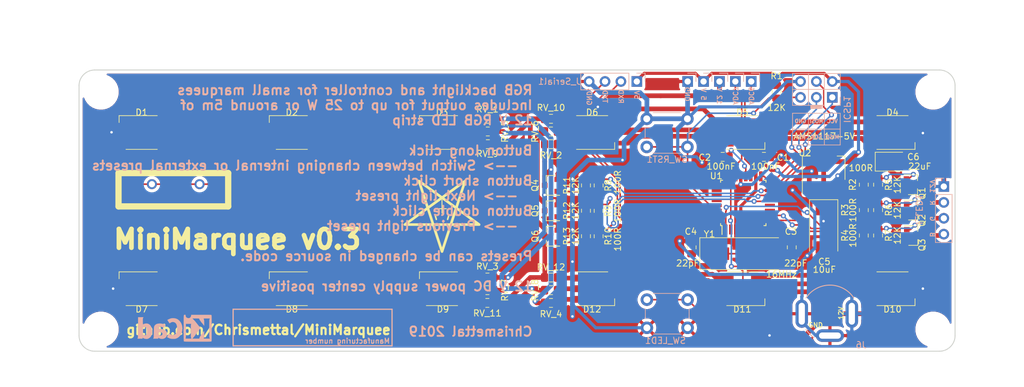
<source format=kicad_pcb>
(kicad_pcb (version 20171130) (host pcbnew "(5.1.9)-1")
  (layers (0 F.Cu signal) (31 B.Cu signal) (34 B.Paste user) (35 F.Paste user) (36 B.SilkS user) (37 F.SilkS user) (38 B.Mask user) (39 F.Mask user) (44 Edge.Cuts user))
  (net 0 "")
  (net 1 +5V)
  (net 2 GND)
  (net 3 "Net-(C2-Pad1)")
  (net 4 "Net-(C3-Pad1)")
  (net 5 "Net-(C4-Pad1)")
  (net 6 +12V)
  (net 7 "Net-(D1-Pad4)")
  (net 8 "Net-(D1-Pad5)")
  (net 9 "Net-(D1-Pad6)")
  (net 10 "Net-(D2-Pad6)")
  (net 11 "Net-(D2-Pad5)")
  (net 12 "Net-(D2-Pad4)")
  (net 13 "Net-(D3-Pad4)")
  (net 14 "Net-(D3-Pad5)")
  (net 15 "Net-(D3-Pad6)")
  (net 16 "Net-(D4-Pad6)")
  (net 17 "Net-(D4-Pad5)")
  (net 18 "Net-(D4-Pad4)")
  (net 19 "Net-(D5-Pad4)")
  (net 20 "Net-(D5-Pad5)")
  (net 21 "Net-(D5-Pad6)")
  (net 22 "Net-(D6-Pad4)")
  (net 23 "Net-(D6-Pad5)")
  (net 24 "Net-(D6-Pad6)")
  (net 25 "Net-(D7-Pad6)")
  (net 26 "Net-(D7-Pad5)")
  (net 27 "Net-(D7-Pad4)")
  (net 28 "Net-(D8-Pad6)")
  (net 29 "Net-(D8-Pad5)")
  (net 30 "Net-(D8-Pad4)")
  (net 31 "Net-(D9-Pad4)")
  (net 32 "Net-(D9-Pad5)")
  (net 33 "Net-(D9-Pad6)")
  (net 34 "Net-(D10-Pad6)")
  (net 35 "Net-(D10-Pad5)")
  (net 36 "Net-(D10-Pad4)")
  (net 37 "Net-(D11-Pad4)")
  (net 38 "Net-(D11-Pad5)")
  (net 39 "Net-(D11-Pad6)")
  (net 40 "Net-(D12-Pad6)")
  (net 41 "Net-(D12-Pad5)")
  (net 42 "Net-(D12-Pad4)")
  (net 43 /MISO)
  (net 44 /SCK)
  (net 45 /RST)
  (net 46 "Net-(J1-Pad1)")
  (net 47 "Net-(J2-Pad1)")
  (net 48 "Net-(J_LED1-Pad2)")
  (net 49 "Net-(J_LED1-Pad3)")
  (net 50 "Net-(J_LED1-Pad4)")
  (net 51 /TXD)
  (net 52 /RXD)
  (net 53 "Net-(Q1-Pad1)")
  (net 54 "Net-(Q2-Pad1)")
  (net 55 "Net-(Q3-Pad1)")
  (net 56 "Net-(Q4-Pad1)")
  (net 57 "Net-(Q4-Pad3)")
  (net 58 "Net-(Q5-Pad3)")
  (net 59 "Net-(Q5-Pad1)")
  (net 60 "Net-(Q6-Pad1)")
  (net 61 "Net-(Q6-Pad3)")
  (net 62 /LED_2_R)
  (net 63 /LED_2_G)
  (net 64 /LED_2_B)
  (net 65 /LED_1_R)
  (net 66 /LED_1_G)
  (net 67 /SW1)
  (net 68 "Net-(U1-Pad12)")
  (net 69 "Net-(U1-Pad24)")
  (net 70 "Net-(U1-Pad25)")
  (net 71 "Net-(U1-Pad26)")
  (net 72 "Net-(U1-Pad27)")
  (net 73 "Net-(U1-Pad28)")
  (net 74 /MOSI_LED_1_B)
  (net 75 "Net-(U1-Pad2)")
  (net 76 "Net-(U1-Pad11)")
  (net 77 "Net-(U1-Pad32)")
  (module MeineBib:Binary_6_v0.1 (layer F.Cu) (at 125.476 94.234)
    (fp_text reference H7 hide)
    (fp_text value Symbol_Binary6)
    (fp_line (start 3.5306 1.8288) (end -8.9408 1.8288) (layer F.Cu) (width 0.25))
    (fp_line (start 6.5786 -1.2192) (end 3.5306 1.8288) (layer F.Cu) (width 0.25))
    (fp_line (start 8.128 -1.2192) (end 6.5786 -1.2192) (layer F.Cu) (width 0.25))
    (fp_line (start -5.6134 -0.9652) (end -8.4074 1.8288) (layer F.Cu) (width 0.25))
    (fp_line (start -3.8354 -0.9652) (end -5.6134 -0.9652) (layer F.Cu) (width 0.25))
    (fp_line (start 6.0706 -1.9812) (end 8.0772 -1.9812) (layer F.Cu) (width 0.25))
    (fp_line (start 5.0546 -0.9652) (end 6.0706 -1.9812) (layer F.Cu) (width 0.25))
    (fp_line (start 3.7846 -0.9652) (end 5.0546 -0.9652) (layer F.Cu) (width 0.25))
    (fp_line (start 1.2446 -0.9652) (end 3.7846 -0.9652) (layer F.Cu) (width 0.25))
    (fp_line (start -3.8354 -0.9652) (end -1.2954 -0.9652) (layer F.Cu) (width 0.25))
    (fp_text user Binary_6 (at -2.5654 0.8128) (layer F.Cu) (effects (font (size 1.2 1.2) (thickness 0.2))))
    (pad "" smd roundrect (at 0.8446 -0.9652) (size 0.9 1.8) (layers F.Cu F.Paste F.Mask))
    (pad "" smd roundrect (at -0.8954 -0.9652) (size 0.9 1.8) (layers F.Cu F.Paste F.Mask))
    (pad 1 thru_hole oval (at 3.7846 -0.9652) (size 1.6 1.6) (drill 1) (layers *.Cu *.Mask))
    (pad 2 thru_hole circle (at -3.8354 -0.9652) (size 1.6 1.6) (drill 1) (layers *.Cu *.Mask))
  )
  (module MeineBib:PentThin (layer F.Cu) (at 168 98)
    (fp_text reference H5 hide)
    (fp_text value Symbol_Pent hide)
  )
  (module Capacitor_SMD:C_0805_2012Metric_Pad1.15x1.40mm_HandSolder (layer F.Cu) (at 219.456 88.9)
    (fp_text reference C1 (at 3.044 0.1 180) (layer F.SilkS))
    (fp_text value 100nF (at 0.254 1.524) (layer F.SilkS))
    (pad 1 smd roundrect (at -1.025 0) (size 1.15 1.4) (layers F.Cu F.Paste F.Mask) (roundrect_rratio 0.2173904347826087) (net 1 +5V))
    (pad 2 smd roundrect (at 1.025 0) (size 1.15 1.4) (layers F.Cu F.Paste F.Mask) (roundrect_rratio 0.2173904347826087) (net 2 GND))
  )
  (module Capacitor_SMD:C_0805_2012Metric_Pad1.15x1.40mm_HandSolder (layer F.Cu) (at 212.861 88.9 180)
    (fp_text reference C2 (at 2.861 -0.1 180) (layer F.SilkS))
    (fp_text value 100nF (at 0.254 -1.524 180) (layer F.SilkS))
    (pad 2 smd roundrect (at 1.025 0 180) (size 1.15 1.4) (layers F.Cu F.Paste F.Mask) (roundrect_rratio 0.2173904347826087) (net 2 GND))
    (pad 1 smd roundrect (at -1.025 0 180) (size 1.15 1.4) (layers F.Cu F.Paste F.Mask) (roundrect_rratio 0.2173904347826087) (net 3 "Net-(C2-Pad1)"))
  )
  (module Capacitor_SMD:C_0805_2012Metric_Pad1.15x1.40mm_HandSolder (layer F.Cu) (at 223.901 103.378 90)
    (fp_text reference C3 (at 2.54 -0.127 180) (layer F.SilkS))
    (fp_text value 22pF (at -2.54 0.635 180) (layer F.SilkS))
    (pad 1 smd roundrect (at -1.025 0 90) (size 1.15 1.4) (layers F.Cu F.Paste F.Mask) (roundrect_rratio 0.2173904347826087) (net 4 "Net-(C3-Pad1)"))
    (pad 2 smd roundrect (at 1.025 0 90) (size 1.15 1.4) (layers F.Cu F.Paste F.Mask) (roundrect_rratio 0.2173904347826087) (net 2 GND))
  )
  (module Capacitor_SMD:C_0805_2012Metric_Pad1.15x1.40mm_HandSolder (layer F.Cu) (at 207.899 103.378 90)
    (fp_text reference C4 (at 2.54 -0.127 180) (layer F.SilkS))
    (fp_text value 22pF (at -2.54 -0.635 180) (layer F.SilkS))
    (pad 2 smd roundrect (at 1.025 0 90) (size 1.15 1.4) (layers F.Cu F.Paste F.Mask) (roundrect_rratio 0.2173904347826087) (net 2 GND))
    (pad 1 smd roundrect (at -1.025 0 90) (size 1.15 1.4) (layers F.Cu F.Paste F.Mask) (roundrect_rratio 0.2173904347826087) (net 5 "Net-(C4-Pad1)"))
  )
  (module Capacitor_Tantalum_SMD:CP_EIA-7343-15_Kemet-W_Pad2.25x2.55mm_HandSolder (layer F.Cu) (at 229 100.33 270)
    (fp_text reference C5 (at 5.334 -0.108) (layer F.SilkS))
    (fp_text value 10uF (at 6.604 -0.108) (layer F.SilkS))
    (pad 1 smd roundrect (at -3.2 0 270) (size 2.25 2.55) (layers F.Cu F.Paste F.Mask) (roundrect_rratio 0.1111106666666667) (net 6 +12V))
    (pad 2 smd roundrect (at 3.2 0 270) (size 2.25 2.55) (layers F.Cu F.Paste F.Mask) (roundrect_rratio 0.1111106666666667) (net 2 GND))
  )
  (module Capacitor_Tantalum_SMD:CP_EIA-3528-15_AVX-H_Pad1.50x2.35mm_HandSolder (layer F.Cu) (at 239.877 89.662)
    (fp_text reference C6 (at 3.455 -0.762 180) (layer F.SilkS))
    (fp_text value 22uF (at 4.471 0.762 180) (layer F.SilkS))
    (pad 1 smd roundrect (at -1.625 0) (size 1.5 2.35) (layers F.Cu F.Paste F.Mask) (roundrect_rratio 0.1666666666666667) (net 1 +5V))
    (pad 2 smd roundrect (at 1.625 0) (size 1.5 2.35) (layers F.Cu F.Paste F.Mask) (roundrect_rratio 0.1666666666666667) (net 2 GND))
  )
  (module LED_SMD:LED_RGB_5050-6 (layer F.Cu) (at 120 85)
    (fp_text reference D1 (at 0 -3.212 -180) (layer F.SilkS))
    (fp_text value LED_RGB)
    (pad 1 smd rect (at -2.4 -1.7 90) (size 1.1 2) (layers F.Cu F.Paste F.Mask) (net 6 +12V))
    (pad 2 smd rect (at -2.4 0 90) (size 1.1 2) (layers F.Cu F.Paste F.Mask) (net 6 +12V))
    (pad 3 smd rect (at -2.4 1.7 90) (size 1.1 2) (layers F.Cu F.Paste F.Mask) (net 6 +12V))
    (pad 4 smd rect (at 2.4 1.7 90) (size 1.1 2) (layers F.Cu F.Paste F.Mask) (net 7 "Net-(D1-Pad4)"))
    (pad 5 smd rect (at 2.4 0 90) (size 1.1 2) (layers F.Cu F.Paste F.Mask) (net 8 "Net-(D1-Pad5)"))
    (pad 6 smd rect (at 2.4 -1.7 90) (size 1.1 2) (layers F.Cu F.Paste F.Mask) (net 9 "Net-(D1-Pad6)"))
  )
  (module LED_SMD:LED_RGB_5050-6 (layer F.Cu) (at 144 85)
    (fp_text reference D2 (at 0 -3.212 -180) (layer F.SilkS))
    (fp_text value LED_RGB)
    (pad 6 smd rect (at 2.4 -1.7 90) (size 1.1 2) (layers F.Cu F.Paste F.Mask) (net 10 "Net-(D2-Pad6)"))
    (pad 5 smd rect (at 2.4 0 90) (size 1.1 2) (layers F.Cu F.Paste F.Mask) (net 11 "Net-(D2-Pad5)"))
    (pad 4 smd rect (at 2.4 1.7 90) (size 1.1 2) (layers F.Cu F.Paste F.Mask) (net 12 "Net-(D2-Pad4)"))
    (pad 3 smd rect (at -2.4 1.7 90) (size 1.1 2) (layers F.Cu F.Paste F.Mask) (net 7 "Net-(D1-Pad4)"))
    (pad 2 smd rect (at -2.4 0 90) (size 1.1 2) (layers F.Cu F.Paste F.Mask) (net 8 "Net-(D1-Pad5)"))
    (pad 1 smd rect (at -2.4 -1.7 90) (size 1.1 2) (layers F.Cu F.Paste F.Mask) (net 9 "Net-(D1-Pad6)"))
  )
  (module LED_SMD:LED_RGB_5050-6 (layer F.Cu) (at 168 85)
    (fp_text reference D3 (at 0 -3.212 -180) (layer F.SilkS))
    (fp_text value LED_RGB)
    (pad 1 smd rect (at -2.4 -1.7 90) (size 1.1 2) (layers F.Cu F.Paste F.Mask) (net 10 "Net-(D2-Pad6)"))
    (pad 2 smd rect (at -2.4 0 90) (size 1.1 2) (layers F.Cu F.Paste F.Mask) (net 11 "Net-(D2-Pad5)"))
    (pad 3 smd rect (at -2.4 1.7 90) (size 1.1 2) (layers F.Cu F.Paste F.Mask) (net 12 "Net-(D2-Pad4)"))
    (pad 4 smd rect (at 2.4 1.7 90) (size 1.1 2) (layers F.Cu F.Paste F.Mask) (net 13 "Net-(D3-Pad4)"))
    (pad 5 smd rect (at 2.4 0 90) (size 1.1 2) (layers F.Cu F.Paste F.Mask) (net 14 "Net-(D3-Pad5)"))
    (pad 6 smd rect (at 2.4 -1.7 90) (size 1.1 2) (layers F.Cu F.Paste F.Mask) (net 15 "Net-(D3-Pad6)"))
  )
  (module LED_SMD:LED_RGB_5050-6 (layer F.Cu) (at 240 85 180)
    (fp_text reference D4 (at 0 3.212) (layer F.SilkS))
    (fp_text value LED_RGB)
    (pad 6 smd rect (at 2.4 -1.7 270) (size 1.1 2) (layers F.Cu F.Paste F.Mask) (net 16 "Net-(D4-Pad6)"))
    (pad 5 smd rect (at 2.4 0 270) (size 1.1 2) (layers F.Cu F.Paste F.Mask) (net 17 "Net-(D4-Pad5)"))
    (pad 4 smd rect (at 2.4 1.7 270) (size 1.1 2) (layers F.Cu F.Paste F.Mask) (net 18 "Net-(D4-Pad4)"))
    (pad 3 smd rect (at -2.4 1.7 270) (size 1.1 2) (layers F.Cu F.Paste F.Mask) (net 6 +12V))
    (pad 2 smd rect (at -2.4 0 270) (size 1.1 2) (layers F.Cu F.Paste F.Mask) (net 6 +12V))
    (pad 1 smd rect (at -2.4 -1.7 270) (size 1.1 2) (layers F.Cu F.Paste F.Mask) (net 6 +12V))
  )
  (module LED_SMD:LED_RGB_5050-6 (layer F.Cu) (at 216 85 180)
    (fp_text reference D5 (at 0 3.212) (layer F.SilkS))
    (fp_text value LED_RGB)
    (pad 1 smd rect (at -2.4 -1.7 270) (size 1.1 2) (layers F.Cu F.Paste F.Mask) (net 16 "Net-(D4-Pad6)"))
    (pad 2 smd rect (at -2.4 0 270) (size 1.1 2) (layers F.Cu F.Paste F.Mask) (net 17 "Net-(D4-Pad5)"))
    (pad 3 smd rect (at -2.4 1.7 270) (size 1.1 2) (layers F.Cu F.Paste F.Mask) (net 18 "Net-(D4-Pad4)"))
    (pad 4 smd rect (at 2.4 1.7 270) (size 1.1 2) (layers F.Cu F.Paste F.Mask) (net 19 "Net-(D5-Pad4)"))
    (pad 5 smd rect (at 2.4 0 270) (size 1.1 2) (layers F.Cu F.Paste F.Mask) (net 20 "Net-(D5-Pad5)"))
    (pad 6 smd rect (at 2.4 -1.7 270) (size 1.1 2) (layers F.Cu F.Paste F.Mask) (net 21 "Net-(D5-Pad6)"))
  )
  (module LED_SMD:LED_RGB_5050-6 (layer F.Cu) (at 192 85 180)
    (fp_text reference D6 (at 0 3.212) (layer F.SilkS))
    (fp_text value LED_RGB)
    (pad 1 smd rect (at -2.4 -1.7 270) (size 1.1 2) (layers F.Cu F.Paste F.Mask) (net 21 "Net-(D5-Pad6)"))
    (pad 2 smd rect (at -2.4 0 270) (size 1.1 2) (layers F.Cu F.Paste F.Mask) (net 20 "Net-(D5-Pad5)"))
    (pad 3 smd rect (at -2.4 1.7 270) (size 1.1 2) (layers F.Cu F.Paste F.Mask) (net 19 "Net-(D5-Pad4)"))
    (pad 4 smd rect (at 2.4 1.7 270) (size 1.1 2) (layers F.Cu F.Paste F.Mask) (net 22 "Net-(D6-Pad4)"))
    (pad 5 smd rect (at 2.4 0 270) (size 1.1 2) (layers F.Cu F.Paste F.Mask) (net 23 "Net-(D6-Pad5)"))
    (pad 6 smd rect (at 2.4 -1.7 270) (size 1.1 2) (layers F.Cu F.Paste F.Mask) (net 24 "Net-(D6-Pad6)"))
  )
  (module LED_SMD:LED_RGB_5050-6 (layer F.Cu) (at 120 110)
    (fp_text reference D7 (at 0 3.284 180) (layer F.SilkS))
    (fp_text value LED_RGB)
    (pad 6 smd rect (at 2.4 -1.7 90) (size 1.1 2) (layers F.Cu F.Paste F.Mask) (net 25 "Net-(D7-Pad6)"))
    (pad 5 smd rect (at 2.4 0 90) (size 1.1 2) (layers F.Cu F.Paste F.Mask) (net 26 "Net-(D7-Pad5)"))
    (pad 4 smd rect (at 2.4 1.7 90) (size 1.1 2) (layers F.Cu F.Paste F.Mask) (net 27 "Net-(D7-Pad4)"))
    (pad 3 smd rect (at -2.4 1.7 90) (size 1.1 2) (layers F.Cu F.Paste F.Mask) (net 6 +12V))
    (pad 2 smd rect (at -2.4 0 90) (size 1.1 2) (layers F.Cu F.Paste F.Mask) (net 6 +12V))
    (pad 1 smd rect (at -2.4 -1.7 90) (size 1.1 2) (layers F.Cu F.Paste F.Mask) (net 6 +12V))
  )
  (module LED_SMD:LED_RGB_5050-6 (layer F.Cu) (at 144 110)
    (fp_text reference D8 (at 0 3.284 180) (layer F.SilkS))
    (fp_text value LED_RGB)
    (pad 6 smd rect (at 2.4 -1.7 90) (size 1.1 2) (layers F.Cu F.Paste F.Mask) (net 28 "Net-(D8-Pad6)"))
    (pad 5 smd rect (at 2.4 0 90) (size 1.1 2) (layers F.Cu F.Paste F.Mask) (net 29 "Net-(D8-Pad5)"))
    (pad 4 smd rect (at 2.4 1.7 90) (size 1.1 2) (layers F.Cu F.Paste F.Mask) (net 30 "Net-(D8-Pad4)"))
    (pad 3 smd rect (at -2.4 1.7 90) (size 1.1 2) (layers F.Cu F.Paste F.Mask) (net 27 "Net-(D7-Pad4)"))
    (pad 2 smd rect (at -2.4 0 90) (size 1.1 2) (layers F.Cu F.Paste F.Mask) (net 26 "Net-(D7-Pad5)"))
    (pad 1 smd rect (at -2.4 -1.7 90) (size 1.1 2) (layers F.Cu F.Paste F.Mask) (net 25 "Net-(D7-Pad6)"))
  )
  (module LED_SMD:LED_RGB_5050-6 (layer F.Cu) (at 168 110)
    (fp_text reference D9 (at 0.148 3.284 180) (layer F.SilkS))
    (fp_text value LED_RGB)
    (pad 1 smd rect (at -2.4 -1.7 90) (size 1.1 2) (layers F.Cu F.Paste F.Mask) (net 28 "Net-(D8-Pad6)"))
    (pad 2 smd rect (at -2.4 0 90) (size 1.1 2) (layers F.Cu F.Paste F.Mask) (net 29 "Net-(D8-Pad5)"))
    (pad 3 smd rect (at -2.4 1.7 90) (size 1.1 2) (layers F.Cu F.Paste F.Mask) (net 30 "Net-(D8-Pad4)"))
    (pad 4 smd rect (at 2.4 1.7 90) (size 1.1 2) (layers F.Cu F.Paste F.Mask) (net 31 "Net-(D9-Pad4)"))
    (pad 5 smd rect (at 2.4 0 90) (size 1.1 2) (layers F.Cu F.Paste F.Mask) (net 32 "Net-(D9-Pad5)"))
    (pad 6 smd rect (at 2.4 -1.7 90) (size 1.1 2) (layers F.Cu F.Paste F.Mask) (net 33 "Net-(D9-Pad6)"))
  )
  (module LED_SMD:LED_RGB_5050-6 (layer F.Cu) (at 240 110 180)
    (fp_text reference D10 (at 0 -3.284) (layer F.SilkS))
    (fp_text value LED_RGB)
    (pad 6 smd rect (at 2.4 -1.7 270) (size 1.1 2) (layers F.Cu F.Paste F.Mask) (net 34 "Net-(D10-Pad6)"))
    (pad 5 smd rect (at 2.4 0 270) (size 1.1 2) (layers F.Cu F.Paste F.Mask) (net 35 "Net-(D10-Pad5)"))
    (pad 4 smd rect (at 2.4 1.7 270) (size 1.1 2) (layers F.Cu F.Paste F.Mask) (net 36 "Net-(D10-Pad4)"))
    (pad 3 smd rect (at -2.4 1.7 270) (size 1.1 2) (layers F.Cu F.Paste F.Mask) (net 6 +12V))
    (pad 2 smd rect (at -2.4 0 270) (size 1.1 2) (layers F.Cu F.Paste F.Mask) (net 6 +12V))
    (pad 1 smd rect (at -2.4 -1.7 270) (size 1.1 2) (layers F.Cu F.Paste F.Mask) (net 6 +12V))
  )
  (module LED_SMD:LED_RGB_5050-6 (layer F.Cu) (at 216 110 180)
    (fp_text reference D11 (at 0 -3.284) (layer F.SilkS))
    (fp_text value LED_RGB)
    (pad 1 smd rect (at -2.4 -1.7 270) (size 1.1 2) (layers F.Cu F.Paste F.Mask) (net 34 "Net-(D10-Pad6)"))
    (pad 2 smd rect (at -2.4 0 270) (size 1.1 2) (layers F.Cu F.Paste F.Mask) (net 35 "Net-(D10-Pad5)"))
    (pad 3 smd rect (at -2.4 1.7 270) (size 1.1 2) (layers F.Cu F.Paste F.Mask) (net 36 "Net-(D10-Pad4)"))
    (pad 4 smd rect (at 2.4 1.7 270) (size 1.1 2) (layers F.Cu F.Paste F.Mask) (net 37 "Net-(D11-Pad4)"))
    (pad 5 smd rect (at 2.4 0 270) (size 1.1 2) (layers F.Cu F.Paste F.Mask) (net 38 "Net-(D11-Pad5)"))
    (pad 6 smd rect (at 2.4 -1.7 270) (size 1.1 2) (layers F.Cu F.Paste F.Mask) (net 39 "Net-(D11-Pad6)"))
  )
  (module LED_SMD:LED_RGB_5050-6 (layer F.Cu) (at 192 110 180)
    (fp_text reference D12 (at 0 -3.284) (layer F.SilkS))
    (fp_text value LED_RGB)
    (pad 6 smd rect (at 2.4 -1.7 270) (size 1.1 2) (layers F.Cu F.Paste F.Mask) (net 40 "Net-(D12-Pad6)"))
    (pad 5 smd rect (at 2.4 0 270) (size 1.1 2) (layers F.Cu F.Paste F.Mask) (net 41 "Net-(D12-Pad5)"))
    (pad 4 smd rect (at 2.4 1.7 270) (size 1.1 2) (layers F.Cu F.Paste F.Mask) (net 42 "Net-(D12-Pad4)"))
    (pad 3 smd rect (at -2.4 1.7 270) (size 1.1 2) (layers F.Cu F.Paste F.Mask) (net 37 "Net-(D11-Pad4)"))
    (pad 2 smd rect (at -2.4 0 270) (size 1.1 2) (layers F.Cu F.Paste F.Mask) (net 38 "Net-(D11-Pad5)"))
    (pad 1 smd rect (at -2.4 -1.7 270) (size 1.1 2) (layers F.Cu F.Paste F.Mask) (net 39 "Net-(D11-Pad6)"))
  )
  (module MeineBib:EigenesMountingHole_2.7mm_M2.5 (layer F.Cu) (at 113.5 116.5)
    (fp_text reference H1 hide)
    (fp_text value MountingHole)
    (pad "" np_thru_hole circle (at 0 0) (size 2.7 2.7) (drill 2.7) (layers *.Cu *.Mask) (clearance 1.5))
  )
  (module MeineBib:EigenesMountingHole_2.7mm_M2.5 (layer F.Cu) (at 246.5 116.5)
    (fp_text reference H2 hide)
    (fp_text value MountingHole)
    (pad "" np_thru_hole circle (at 0 0) (size 2.7 2.7) (drill 2.7) (layers *.Cu *.Mask) (clearance 1.5))
  )
  (module MeineBib:EigenesMountingHole_2.7mm_M2.5 (layer F.Cu) (at 113.5 78.5)
    (fp_text reference H3 hide)
    (fp_text value MountingHole)
    (pad "" np_thru_hole circle (at 0 0) (size 2.7 2.7) (drill 2.7) (layers *.Cu *.Mask) (clearance 1.5))
  )
  (module MeineBib:EigenesMountingHole_2.7mm_M2.5 (layer F.Cu) (at 246.5 78.5)
    (fp_text reference H4 hide)
    (fp_text value MountingHole)
    (pad "" np_thru_hole circle (at 0 0) (size 2.7 2.7) (drill 2.7) (layers *.Cu *.Mask) (clearance 1.5))
  )
  (module EigeneModule:PinheaderOwnWithoutSilk (layer B.Cu) (at 217.424 76.835 180)
    (fp_text reference J1 hide)
    (fp_text value ADC6 (at 0 -2.286 270 unlocked) (layer B.SilkS) (effects (font (size 0.75 0.75)) (justify mirror)))
    (pad 1 thru_hole rect (at 0 0 180) (size 1.7 1.7) (drill 1) (layers *.Cu *.Mask) (net 46 "Net-(J1-Pad1)"))
  )
  (module EigeneModule:PinheaderOwnWithoutSilk (layer B.Cu) (at 214.884 76.835 180)
    (fp_text reference J2 hide)
    (fp_text value ADC7 (at 0 -2.286 270 unlocked) (layer B.SilkS) (effects (font (size 0.75 0.75)) (justify mirror)))
    (pad 1 thru_hole rect (at 0 0 180) (size 1.7 1.7) (drill 1) (layers *.Cu *.Mask) (net 47 "Net-(J2-Pad1)"))
  )
  (module EigeneModule:PinheaderOwnWithoutSilk (layer B.Cu) (at 212.344 76.835 180)
    (fp_text reference J3 hide)
    (fp_text value "12 V" (at 0 -2.286 270 unlocked) (layer B.SilkS) (effects (font (size 0.75 0.75)) (justify mirror)))
    (pad 1 thru_hole rect (at 0 0 180) (size 1.7 1.7) (drill 1) (layers *.Cu *.Mask) (net 6 +12V))
  )
  (module EigeneModule:PinheaderOwnWithoutSilk (layer B.Cu) (at 209.804 76.835 180)
    (fp_text reference J4 hide)
    (fp_text value "5 V" (at 0 -2.032 270 unlocked) (layer B.SilkS) (effects (font (size 0.75 0.75)) (justify mirror)))
    (pad 1 thru_hole rect (at 0 0 180) (size 1.7 1.7) (drill 1) (layers *.Cu *.Mask) (net 1 +5V))
  )
  (module EigeneModule:PinheaderOwnWithoutSilk (layer B.Cu) (at 207.264 76.835 180)
    (fp_text reference J5 hide)
    (fp_text value GND (at 0 -2.032 -90) (layer B.SilkS) (effects (font (size 0.75 0.75)) (justify mirror)))
    (pad 1 thru_hole rect (at 0 0 180) (size 1.7 1.7) (drill 1) (layers *.Cu *.Mask) (net 2 GND))
  )
  (module MeineBib:DC_Barrel_Jack_Standing (layer B.Cu) (at 230 114 270)
    (fp_text reference J6 (at 5 -5 180) (layer B.SilkS) (effects (justify mirror)))
    (fp_text value Barrel_Jack)
    (pad 1 thru_hole oval (at 0 -3.5 270) (size 4.5 2) (drill oval 3.5 1) (layers *.Cu *.Mask) (net 6 +12V))
    (pad 2 thru_hole oval (at 3.5 0 180) (size 4.5 2) (drill oval 3.5 1) (layers *.Cu *.Mask) (net 2 GND))
    (pad 3 thru_hole oval (at 0 4.5 270) (size 4.5 2) (drill oval 3.5 1) (layers *.Cu *.Mask) (net 2 GND))
  )
  (module Connector_PinSocket_2.54mm:PinSocket_1x04_P2.54mm_Vertical (layer B.Cu) (at 248.199 93.645 180)
    (fp_text reference J_LED1 (at 3.978 -3.764 270 unlocked) (layer B.SilkS) (effects (justify mirror)))
    (fp_text value Conn_01x04)
    (pad 1 thru_hole rect (at 0 0 180) (size 1.7 1.7) (drill 1) (layers *.Cu *.Mask) (net 6 +12V))
    (pad 2 thru_hole oval (at 0 -2.54 180) (size 1.7 1.7) (drill 1) (layers *.Cu *.Mask) (net 48 "Net-(J_LED1-Pad2)"))
    (pad 3 thru_hole oval (at 0 -5.08 180) (size 1.7 1.7) (drill 1) (layers *.Cu *.Mask) (net 49 "Net-(J_LED1-Pad3)"))
    (pad 4 thru_hole oval (at 0 -7.62 180) (size 1.7 1.7) (drill 1) (layers *.Cu *.Mask) (net 50 "Net-(J_LED1-Pad4)"))
  )
  (module Connector_PinSocket_2.54mm:PinSocket_1x04_P2.54mm_Vertical (layer B.Cu) (at 199.136 76.835 90)
    (fp_text reference J_Serial1 (at 0 -12.386 180) (layer B.SilkS) (effects (justify mirror)))
    (fp_text value Conn_01x04)
    (pad 4 thru_hole oval (at 0 -7.62 90) (size 1.7 1.7) (drill 1) (layers *.Cu *.Mask) (net 2 GND))
    (pad 3 thru_hole oval (at 0 -5.08 90) (size 1.7 1.7) (drill 1) (layers *.Cu *.Mask) (net 51 /TXD))
    (pad 2 thru_hole oval (at 0 -2.54 90) (size 1.7 1.7) (drill 1) (layers *.Cu *.Mask) (net 52 /RXD))
    (pad 1 thru_hole rect (at 0 0 90) (size 1.7 1.7) (drill 1) (layers *.Cu *.Mask) (net 1 +5V))
  )
  (module Package_TO_SOT_SMD:SOT-23 (layer F.Cu) (at 243.2382 93.353)
    (fp_text reference Q1 (at 1.4908 1.389 90) (layer F.SilkS))
    (fp_text value FDN337N)
    (pad 3 smd rect (at 1 0) (size 0.9 0.8) (layers F.Cu F.Paste F.Mask) (net 48 "Net-(J_LED1-Pad2)"))
    (pad 2 smd rect (at -1 0.95) (size 0.9 0.8) (layers F.Cu F.Paste F.Mask) (net 2 GND))
    (pad 1 smd rect (at -1 -0.95) (size 0.9 0.8) (layers F.Cu F.Paste F.Mask) (net 53 "Net-(Q1-Pad1)"))
  )
  (module Package_TO_SOT_SMD:SOT-23 (layer F.Cu) (at 243.2636 97.417)
    (fp_text reference Q2 (at 1.4654 1.643 90) (layer F.SilkS))
    (fp_text value FDN337N)
    (pad 1 smd rect (at -1 -0.95) (size 0.9 0.8) (layers F.Cu F.Paste F.Mask) (net 54 "Net-(Q2-Pad1)"))
    (pad 2 smd rect (at -1 0.95) (size 0.9 0.8) (layers F.Cu F.Paste F.Mask) (net 2 GND))
    (pad 3 smd rect (at 1 0) (size 0.9 0.8) (layers F.Cu F.Paste F.Mask) (net 49 "Net-(J_LED1-Pad3)"))
  )
  (module Package_TO_SOT_SMD:SOT-23 (layer F.Cu) (at 243.289 101.481)
    (fp_text reference Q3 (at 1.44 1.516 90) (layer F.SilkS))
    (fp_text value FDN337N)
    (pad 3 smd rect (at 1 0) (size 0.9 0.8) (layers F.Cu F.Paste F.Mask) (net 50 "Net-(J_LED1-Pad4)"))
    (pad 2 smd rect (at -1 0.95) (size 0.9 0.8) (layers F.Cu F.Paste F.Mask) (net 2 GND))
    (pad 1 smd rect (at -1 -0.95) (size 0.9 0.8) (layers F.Cu F.Paste F.Mask) (net 55 "Net-(Q3-Pad1)"))
  )
  (module Package_TO_SOT_SMD:SOT-23 (layer F.Cu) (at 185.42 93.464 180)
    (fp_text reference Q4 (at 2.54 0 270) (layer F.SilkS))
    (fp_text value FDN337N)
    (pad 1 smd rect (at -1 -0.95 180) (size 0.9 0.8) (layers F.Cu F.Paste F.Mask) (net 56 "Net-(Q4-Pad1)"))
    (pad 2 smd rect (at -1 0.95 180) (size 0.9 0.8) (layers F.Cu F.Paste F.Mask) (net 2 GND))
    (pad 3 smd rect (at 1 0 180) (size 0.9 0.8) (layers F.Cu F.Paste F.Mask) (net 57 "Net-(Q4-Pad3)"))
  )
  (module Package_TO_SOT_SMD:SOT-23 (layer F.Cu) (at 185.42 97.528 180)
    (fp_text reference Q5 (at 2.54 0 270) (layer F.SilkS))
    (fp_text value FDN337N)
    (pad 3 smd rect (at 1 0 180) (size 0.9 0.8) (layers F.Cu F.Paste F.Mask) (net 58 "Net-(Q5-Pad3)"))
    (pad 2 smd rect (at -1 0.95 180) (size 0.9 0.8) (layers F.Cu F.Paste F.Mask) (net 2 GND))
    (pad 1 smd rect (at -1 -0.95 180) (size 0.9 0.8) (layers F.Cu F.Paste F.Mask) (net 59 "Net-(Q5-Pad1)"))
  )
  (module Package_TO_SOT_SMD:SOT-23 (layer F.Cu) (at 185.436 101.592 180)
    (fp_text reference Q6 (at 2.54 0 270) (layer F.SilkS))
    (fp_text value FDN337N)
    (pad 1 smd rect (at -1 -0.95 180) (size 0.9 0.8) (layers F.Cu F.Paste F.Mask) (net 60 "Net-(Q6-Pad1)"))
    (pad 2 smd rect (at -1 0.95 180) (size 0.9 0.8) (layers F.Cu F.Paste F.Mask) (net 2 GND))
    (pad 3 smd rect (at 1 0 180) (size 0.9 0.8) (layers F.Cu F.Paste F.Mask) (net 61 "Net-(Q6-Pad3)"))
  )
  (module Resistor_SMD:R_0805_2012Metric_Pad1.15x1.40mm_HandSolder (layer F.Cu) (at 221.488 78.486 90)
    (fp_text reference R1 (at 2.54 0 180) (layer F.SilkS))
    (fp_text value 12K (at -2.54 0 180) (layer F.SilkS))
    (pad 2 smd roundrect (at 1.025 0 90) (size 1.15 1.4) (layers F.Cu F.Paste F.Mask) (roundrect_rratio 0.2173904347826087) (net 1 +5V))
    (pad 1 smd roundrect (at -1.025 0 90) (size 1.15 1.4) (layers F.Cu F.Paste F.Mask) (roundrect_rratio 0.2173904347826087) (net 45 /RST))
  )
  (module Resistor_SMD:R_0805_2012Metric_Pad1.15x1.40mm_HandSolder (layer F.Cu) (at 235.415 93.353 270)
    (fp_text reference R2 (at 0 1.778 270) (layer F.SilkS))
    (fp_text value 100R (at -2.675 0.465) (layer F.SilkS))
    (pad 2 smd roundrect (at 1.025 0 270) (size 1.15 1.4) (layers F.Cu F.Paste F.Mask) (roundrect_rratio 0.2173904347826087) (net 62 /LED_2_R))
    (pad 1 smd roundrect (at -1.025 0 270) (size 1.15 1.4) (layers F.Cu F.Paste F.Mask) (roundrect_rratio 0.2173904347826087) (net 53 "Net-(Q1-Pad1)"))
  )
  (module Resistor_SMD:R_0805_2012Metric_Pad1.15x1.40mm_HandSolder (layer F.Cu) (at 235.415 97.417 270)
    (fp_text reference R3 (at -0.008 3.005 270) (layer F.SilkS))
    (fp_text value 100R (at 0 1.735 270) (layer F.SilkS))
    (pad 1 smd roundrect (at -1.025 0 270) (size 1.15 1.4) (layers F.Cu F.Paste F.Mask) (roundrect_rratio 0.2173904347826087) (net 54 "Net-(Q2-Pad1)"))
    (pad 2 smd roundrect (at 1.025 0 270) (size 1.15 1.4) (layers F.Cu F.Paste F.Mask) (roundrect_rratio 0.2173904347826087) (net 63 /LED_2_G))
  )
  (module Resistor_SMD:R_0805_2012Metric_Pad1.15x1.40mm_HandSolder (layer F.Cu) (at 235.415 101.481 270)
    (fp_text reference R4 (at -0.008 3.005 270) (layer F.SilkS))
    (fp_text value 100R (at -0.008 1.735 270) (layer F.SilkS))
    (pad 1 smd roundrect (at -1.025 0 270) (size 1.15 1.4) (layers F.Cu F.Paste F.Mask) (roundrect_rratio 0.2173904347826087) (net 55 "Net-(Q3-Pad1)"))
    (pad 2 smd roundrect (at 1.025 0 270) (size 1.15 1.4) (layers F.Cu F.Paste F.Mask) (roundrect_rratio 0.2173904347826087) (net 64 /LED_2_B))
  )
  (module Resistor_SMD:R_0805_2012Metric_Pad1.15x1.40mm_HandSolder (layer F.Cu) (at 237.701 93.353 90)
    (fp_text reference R5 (at 0 1.694 90) (layer F.SilkS))
    (fp_text value 12K (at 0 3.091 90) (layer F.SilkS))
    (pad 2 smd roundrect (at 1.025 0 90) (size 1.15 1.4) (layers F.Cu F.Paste F.Mask) (roundrect_rratio 0.2173904347826087) (net 53 "Net-(Q1-Pad1)"))
    (pad 1 smd roundrect (at -1.025 0 90) (size 1.15 1.4) (layers F.Cu F.Paste F.Mask) (roundrect_rratio 0.2173904347826087) (net 2 GND))
  )
  (module Resistor_SMD:R_0805_2012Metric_Pad1.15x1.40mm_HandSolder (layer F.Cu) (at 237.701 97.417 90)
    (fp_text reference R6 (at 0 1.694 90) (layer F.SilkS))
    (fp_text value 12K (at 0.008 3.091 90) (layer F.SilkS))
    (pad 1 smd roundrect (at -1.025 0 90) (size 1.15 1.4) (layers F.Cu F.Paste F.Mask) (roundrect_rratio 0.2173904347826087) (net 2 GND))
    (pad 2 smd roundrect (at 1.025 0 90) (size 1.15 1.4) (layers F.Cu F.Paste F.Mask) (roundrect_rratio 0.2173904347826087) (net 54 "Net-(Q2-Pad1)"))
  )
  (module Resistor_SMD:R_0805_2012Metric_Pad1.15x1.40mm_HandSolder (layer F.Cu) (at 237.701 101.481 90)
    (fp_text reference R7 (at 0 1.694 90) (layer F.SilkS))
    (fp_text value 12K (at 0.008 3.091 90) (layer F.SilkS))
    (pad 2 smd roundrect (at 1.025 0 90) (size 1.15 1.4) (layers F.Cu F.Paste F.Mask) (roundrect_rratio 0.2173904347826087) (net 55 "Net-(Q3-Pad1)"))
    (pad 1 smd roundrect (at -1.025 0 90) (size 1.15 1.4) (layers F.Cu F.Paste F.Mask) (roundrect_rratio 0.2173904347826087) (net 2 GND))
  )
  (module Resistor_SMD:R_0805_2012Metric_Pad1.15x1.40mm_HandSolder (layer F.Cu) (at 193.04 93.473 90)
    (fp_text reference R8 (at 0.009 1.524 90) (layer F.SilkS))
    (fp_text value 100R (at 0.517 3.048 90) (layer F.SilkS))
    (pad 1 smd roundrect (at -1.025 0 90) (size 1.15 1.4) (layers F.Cu F.Paste F.Mask) (roundrect_rratio 0.2173904347826087) (net 56 "Net-(Q4-Pad1)"))
    (pad 2 smd roundrect (at 1.025 0 90) (size 1.15 1.4) (layers F.Cu F.Paste F.Mask) (roundrect_rratio 0.2173904347826087) (net 74 /MOSI_LED_1_B))
  )
  (module Resistor_SMD:R_0805_2012Metric_Pad1.15x1.40mm_HandSolder (layer F.Cu) (at 193.04 97.537 90)
    (fp_text reference R9 (at 0 1.524 270) (layer F.SilkS))
    (fp_text value 100R (at 0 3.048 90) (layer F.SilkS))
    (pad 2 smd roundrect (at 1.025 0 90) (size 1.15 1.4) (layers F.Cu F.Paste F.Mask) (roundrect_rratio 0.2173904347826087) (net 65 /LED_1_R))
    (pad 1 smd roundrect (at -1.025 0 90) (size 1.15 1.4) (layers F.Cu F.Paste F.Mask) (roundrect_rratio 0.2173904347826087) (net 59 "Net-(Q5-Pad1)"))
  )
  (module Resistor_SMD:R_0805_2012Metric_Pad1.15x1.40mm_HandSolder (layer F.Cu) (at 193.04 101.601 90)
    (fp_text reference R10 (at 0 1.524 90) (layer F.SilkS))
    (fp_text value 100R (at -0.499 3.048 90) (layer F.SilkS))
    (pad 1 smd roundrect (at -1.025 0 90) (size 1.15 1.4) (layers F.Cu F.Paste F.Mask) (roundrect_rratio 0.2173904347826087) (net 60 "Net-(Q6-Pad1)"))
    (pad 2 smd roundrect (at 1.025 0 90) (size 1.15 1.4) (layers F.Cu F.Paste F.Mask) (roundrect_rratio 0.2173904347826087) (net 66 /LED_1_G))
  )
  (module Resistor_SMD:R_0805_2012Metric_Pad1.15x1.40mm_HandSolder (layer F.Cu) (at 191.008 93.464 270)
    (fp_text reference R11 (at 0 3.048 270) (layer F.SilkS))
    (fp_text value 12K (at 0 1.65 270) (layer F.SilkS))
    (pad 2 smd roundrect (at 1.025 0 270) (size 1.15 1.4) (layers F.Cu F.Paste F.Mask) (roundrect_rratio 0.2173904347826087) (net 56 "Net-(Q4-Pad1)"))
    (pad 1 smd roundrect (at -1.025 0 270) (size 1.15 1.4) (layers F.Cu F.Paste F.Mask) (roundrect_rratio 0.2173904347826087) (net 2 GND))
  )
  (module Resistor_SMD:R_0805_2012Metric_Pad1.15x1.40mm_HandSolder (layer F.Cu) (at 191.008 97.519 270)
    (fp_text reference R12 (at 0 3.048 270) (layer F.SilkS))
    (fp_text value 12K (at 0 1.65 270) (layer F.SilkS))
    (pad 1 smd roundrect (at -1.025 0 270) (size 1.15 1.4) (layers F.Cu F.Paste F.Mask) (roundrect_rratio 0.2173904347826087) (net 2 GND))
    (pad 2 smd roundrect (at 1.025 0 270) (size 1.15 1.4) (layers F.Cu F.Paste F.Mask) (roundrect_rratio 0.2173904347826087) (net 59 "Net-(Q5-Pad1)"))
  )
  (module Resistor_SMD:R_0805_2012Metric_Pad1.15x1.40mm_HandSolder (layer F.Cu) (at 191.008 101.592 270)
    (fp_text reference R13 (at 0 3.048 90) (layer F.SilkS))
    (fp_text value 12K (at 0 1.65 270) (layer F.SilkS))
    (pad 2 smd roundrect (at 1.025 0 270) (size 1.15 1.4) (layers F.Cu F.Paste F.Mask) (roundrect_rratio 0.2173904347826087) (net 60 "Net-(Q6-Pad1)"))
    (pad 1 smd roundrect (at -1.025 0 270) (size 1.15 1.4) (layers F.Cu F.Paste F.Mask) (roundrect_rratio 0.2173904347826087) (net 2 GND))
  )
  (module Button_Switch_THT:SW_PUSH_6mm_H9.5mm (layer B.Cu) (at 207.25 111.75 180)
    (fp_text reference SW_LED1 (at 3.542 -6.55 180) (layer B.SilkS) (effects (justify mirror)))
    (fp_text value SW_Push)
    (pad 2 thru_hole circle (at 0 -4.5 90) (size 2 2) (drill 1.1) (layers *.Cu *.Mask) (net 2 GND))
    (pad 1 thru_hole circle (at 0 0 90) (size 2 2) (drill 1.1) (layers *.Cu *.Mask) (net 67 /SW1))
    (pad 2 thru_hole circle (at 6.5 -4.5 90) (size 2 2) (drill 1.1) (layers *.Cu *.Mask) (net 2 GND))
    (pad 1 thru_hole circle (at 6.5 0 90) (size 2 2) (drill 1.1) (layers *.Cu *.Mask) (net 67 /SW1))
  )
  (module Button_Switch_THT:SW_PUSH_6mm (layer B.Cu) (at 200.7235 87.3125)
    (fp_text reference SW_RST1 (at 3.25 2) (layer B.SilkS) (effects (justify mirror)))
    (fp_text value SW_Push)
    (pad 2 thru_hole circle (at 0 -4.5 270) (size 2 2) (drill 1.1) (layers *.Cu *.Mask) (net 2 GND))
    (pad 1 thru_hole circle (at 0 0 270) (size 2 2) (drill 1.1) (layers *.Cu *.Mask) (net 45 /RST))
    (pad 2 thru_hole circle (at 6.5 -4.5 270) (size 2 2) (drill 1.1) (layers *.Cu *.Mask) (net 2 GND))
    (pad 1 thru_hole circle (at 6.5 0 270) (size 2 2) (drill 1.1) (layers *.Cu *.Mask) (net 45 /RST))
  )
  (module Package_QFP:TQFP-32_7x7mm_P0.8mm (layer F.Cu) (at 216.154 96.266 90)
    (fp_text reference U1 (at 4.318 -4.318 180) (layer F.SilkS))
    (fp_text value ATMEGA168-20AU)
    (pad 1 smd rect (at -4.25 -2.8 90) (size 1.6 0.55) (layers F.Cu F.Paste F.Mask) (net 62 /LED_2_R))
    (pad 2 smd rect (at -4.25 -2 90) (size 1.6 0.55) (layers F.Cu F.Paste F.Mask) (net 75 "Net-(U1-Pad2)"))
    (pad 3 smd rect (at -4.25 -1.2 90) (size 1.6 0.55) (layers F.Cu F.Paste F.Mask) (net 2 GND))
    (pad 4 smd rect (at -4.25 -0.4 90) (size 1.6 0.55) (layers F.Cu F.Paste F.Mask) (net 1 +5V))
    (pad 5 smd rect (at -4.25 0.4 90) (size 1.6 0.55) (layers F.Cu F.Paste F.Mask) (net 2 GND))
    (pad 6 smd rect (at -4.25 1.2 90) (size 1.6 0.55) (layers F.Cu F.Paste F.Mask) (net 1 +5V))
    (pad 7 smd rect (at -4.25 2 90) (size 1.6 0.55) (layers F.Cu F.Paste F.Mask) (net 5 "Net-(C4-Pad1)"))
    (pad 8 smd rect (at -4.25 2.8 90) (size 1.6 0.55) (layers F.Cu F.Paste F.Mask) (net 4 "Net-(C3-Pad1)"))
    (pad 9 smd rect (at -2.8 4.25 180) (size 1.6 0.55) (layers F.Cu F.Paste F.Mask) (net 63 /LED_2_G))
    (pad 10 smd rect (at -2 4.25 180) (size 1.6 0.55) (layers F.Cu F.Paste F.Mask) (net 64 /LED_2_B))
    (pad 11 smd rect (at -1.2 4.25 180) (size 1.6 0.55) (layers F.Cu F.Paste F.Mask) (net 76 "Net-(U1-Pad11)"))
    (pad 12 smd rect (at -0.4 4.25 180) (size 1.6 0.55) (layers F.Cu F.Paste F.Mask) (net 68 "Net-(U1-Pad12)"))
    (pad 13 smd rect (at 0.4 4.25 180) (size 1.6 0.55) (layers F.Cu F.Paste F.Mask) (net 65 /LED_1_R))
    (pad 14 smd rect (at 1.2 4.25 180) (size 1.6 0.55) (layers F.Cu F.Paste F.Mask) (net 66 /LED_1_G))
    (pad 15 smd rect (at 2 4.25 180) (size 1.6 0.55) (layers F.Cu F.Paste F.Mask) (net 74 /MOSI_LED_1_B))
    (pad 16 smd rect (at 2.8 4.25 180) (size 1.6 0.55) (layers F.Cu F.Paste F.Mask) (net 43 /MISO))
    (pad 17 smd rect (at 4.25 2.8 90) (size 1.6 0.55) (layers F.Cu F.Paste F.Mask) (net 44 /SCK))
    (pad 18 smd rect (at 4.25 2 90) (size 1.6 0.55) (layers F.Cu F.Paste F.Mask) (net 1 +5V))
    (pad 19 smd rect (at 4.25 1.2 90) (size 1.6 0.55) (layers F.Cu F.Paste F.Mask) (net 46 "Net-(J1-Pad1)"))
    (pad 20 smd rect (at 4.25 0.4 90) (size 1.6 0.55) (layers F.Cu F.Paste F.Mask) (net 3 "Net-(C2-Pad1)"))
    (pad 21 smd rect (at 4.25 -0.4 90) (size 1.6 0.55) (layers F.Cu F.Paste F.Mask) (net 2 GND))
    (pad 22 smd rect (at 4.25 -1.2 90) (size 1.6 0.55) (layers F.Cu F.Paste F.Mask) (net 47 "Net-(J2-Pad1)"))
    (pad 23 smd rect (at 4.25 -2 90) (size 1.6 0.55) (layers F.Cu F.Paste F.Mask) (net 67 /SW1))
    (pad 24 smd rect (at 4.25 -2.8 90) (size 1.6 0.55) (layers F.Cu F.Paste F.Mask) (net 69 "Net-(U1-Pad24)"))
    (pad 25 smd rect (at 2.8 -4.25 180) (size 1.6 0.55) (layers F.Cu F.Paste F.Mask) (net 70 "Net-(U1-Pad25)"))
    (pad 26 smd rect (at 2 -4.25 180) (size 1.6 0.55) (layers F.Cu F.Paste F.Mask) (net 71 "Net-(U1-Pad26)"))
    (pad 27 smd rect (at 1.2 -4.25 180) (size 1.6 0.55) (layers F.Cu F.Paste F.Mask) (net 72 "Net-(U1-Pad27)"))
    (pad 28 smd rect (at 0.4 -4.25 180) (size 1.6 0.55) (layers F.Cu F.Paste F.Mask) (net 73 "Net-(U1-Pad28)"))
    (pad 29 smd rect (at -0.4 -4.25 180) (size 1.6 0.55) (layers F.Cu F.Paste F.Mask) (net 45 /RST))
    (pad 30 smd rect (at -1.2 -4.25 180) (size 1.6 0.55) (layers F.Cu F.Paste F.Mask) (net 52 /RXD))
    (pad 31 smd rect (at -2 -4.25 180) (size 1.6 0.55) (layers F.Cu F.Paste F.Mask) (net 51 /TXD))
    (pad 32 smd rect (at -2.8 -4.25 180) (size 1.6 0.55) (layers F.Cu F.Paste F.Mask) (net 77 "Net-(U1-Pad32)"))
  )
  (module Package_TO_SOT_SMD:SOT-223-3_TabPin2 (layer F.Cu) (at 229 90.678 90)
    (fp_text reference U2 (at 2.428 -3) (layer F.SilkS))
    (fp_text value AMS1117-5V (at 5.08 0.108 180) (layer F.SilkS))
    (pad 2 smd rect (at 3.15 0 90) (size 2 3.8) (layers F.Cu F.Paste F.Mask) (net 1 +5V))
    (pad 2 smd rect (at -3.15 0 90) (size 2 1.5) (layers F.Cu F.Paste F.Mask) (net 1 +5V))
    (pad 3 smd rect (at -3.15 2.3 90) (size 2 1.5) (layers F.Cu F.Paste F.Mask) (net 6 +12V))
    (pad 1 smd rect (at -3.15 -2.3 90) (size 2 1.5) (layers F.Cu F.Paste F.Mask) (net 2 GND))
  )
  (module Crystal:Crystal_SMD_HC49-SD (layer F.Cu) (at 215.9 104.394)
    (fp_text reference Y1 (at -5.15 -3.144 180) (layer F.SilkS))
    (fp_text value 16MHz (at 6.35 3.302) (layer F.SilkS))
    (pad 1 smd rect (at -4.25 0) (size 4.5 2) (layers F.Cu F.Paste F.Mask) (net 5 "Net-(C4-Pad1)"))
    (pad 2 smd rect (at 4.25 0) (size 4.5 2) (layers F.Cu F.Paste F.Mask) (net 4 "Net-(C3-Pad1)"))
  )
  (module MeineBib:AVR_ISP (layer B.Cu) (at 230.378 79.375 90)
    (fp_text reference ICSP1 (at -1.905 2.3368 270 unlocked) (layer B.SilkS) (effects (justify mirror)))
    (fp_text value ICSP-Header)
    (fp_text user GND (at -3.81 -5.08) (layer B.SilkS) (effects (font (size 0.6 0.6)) (justify mirror)))
    (fp_text user RST (at -6.35 -5.08 180) (layer B.SilkS) (effects (font (size 0.6 0.6)) (justify mirror)))
    (fp_text user MOSI (at -3.81 -2.54) (layer B.SilkS) (effects (font (size 0.6 0.6)) (justify mirror)))
    (fp_text user SCK (at -6.35 -2.54) (layer B.SilkS) (effects (font (size 0.6 0.6)) (justify mirror)))
    (fp_text user VCC (at -3.81 0) (layer B.SilkS) (effects (font (size 0.6 0.6)) (justify mirror)))
    (fp_text user MISO (at -6.35 0 180) (layer B.SilkS) (effects (font (size 0.6 0.6)) (justify mirror)))
    (pad 6 thru_hole oval (at 2.54 -5.08 90) (size 1.7 1.7) (drill 1) (layers *.Cu *.Mask) (net 2 GND))
    (pad 5 thru_hole oval (at 0 -5.08 90) (size 1.7 1.7) (drill 1) (layers *.Cu *.Mask) (net 45 /RST))
    (pad 4 thru_hole oval (at 2.54 -2.54 90) (size 1.7 1.7) (drill 1) (layers *.Cu *.Mask) (net 74 /MOSI_LED_1_B))
    (pad 3 thru_hole oval (at 0 -2.54 90) (size 1.7 1.7) (drill 1) (layers *.Cu *.Mask) (net 44 /SCK))
    (pad 2 thru_hole oval (at 2.54 0 90) (size 1.7 1.7) (drill 1) (layers *.Cu *.Mask) (net 1 +5V))
    (pad 1 thru_hole rect (at 0 0 90) (size 1.7 1.7) (drill 1) (layers *.Cu *.Mask) (net 43 /MISO))
  )
  (module Symbol:Symbol_KiCAD-Logo_CopperAndSilkScreenTop (layer B.Cu) (at 125.2728 116.1288 180)
    (fp_text reference H6 hide)
    (fp_text value Symbol hide)
  )
  (module Resistor_SMD:R_0805_2012Metric_Pad1.15x1.40mm_HandSolder (layer F.Cu) (at 175.3108 82.804 180)
    (fp_text reference RV_1 (at 0.0508 1.524 180) (layer F.SilkS))
    (fp_text value 150R)
    (pad 1 smd roundrect (at -1.025 0 180) (size 1.15 1.4) (layers F.Cu F.Paste F.Mask) (roundrect_rratio 0.2173904347826087) (net 57 "Net-(Q4-Pad3)"))
    (pad 2 smd roundrect (at 1.025 0 180) (size 1.15 1.4) (layers F.Cu F.Paste F.Mask) (roundrect_rratio 0.2173904347826087) (net 15 "Net-(D3-Pad6)"))
  )
  (module Resistor_SMD:R_0805_2012Metric_Pad1.15x1.40mm_HandSolder (layer F.Cu) (at 185.42 86.868)
    (fp_text reference RV_2 (at 0 1.778) (layer F.SilkS))
    (fp_text value 150R)
    (pad 1 smd roundrect (at -1.025 0) (size 1.15 1.4) (layers F.Cu F.Paste F.Mask) (roundrect_rratio 0.2173904347826087) (net 57 "Net-(Q4-Pad3)"))
    (pad 2 smd roundrect (at 1.025 0) (size 1.15 1.4) (layers F.Cu F.Paste F.Mask) (roundrect_rratio 0.2173904347826087) (net 24 "Net-(D6-Pad6)"))
  )
  (module Resistor_SMD:R_0805_2012Metric_Pad1.15x1.40mm_HandSolder (layer F.Cu) (at 175.26 108.204 180)
    (fp_text reference RV_3 (at 0 1.778 180) (layer F.SilkS))
    (fp_text value 150R)
    (pad 1 smd roundrect (at -1.025 0 180) (size 1.15 1.4) (layers F.Cu F.Paste F.Mask) (roundrect_rratio 0.2173904347826087) (net 57 "Net-(Q4-Pad3)"))
    (pad 2 smd roundrect (at 1.025 0 180) (size 1.15 1.4) (layers F.Cu F.Paste F.Mask) (roundrect_rratio 0.2173904347826087) (net 33 "Net-(D9-Pad6)"))
  )
  (module Resistor_SMD:R_0805_2012Metric_Pad1.15x1.40mm_HandSolder (layer F.Cu) (at 185.42 112.268)
    (fp_text reference RV_4 (at 0 1.778) (layer F.SilkS))
    (fp_text value 150R)
    (pad 1 smd roundrect (at -1.025 0) (size 1.15 1.4) (layers F.Cu F.Paste F.Mask) (roundrect_rratio 0.2173904347826087) (net 57 "Net-(Q4-Pad3)"))
    (pad 2 smd roundrect (at 1.025 0) (size 1.15 1.4) (layers F.Cu F.Paste F.Mask) (roundrect_rratio 0.2173904347826087) (net 40 "Net-(D12-Pad6)"))
  )
  (module Resistor_SMD:R_0805_2012Metric_Pad1.15x1.40mm_HandSolder (layer F.Cu) (at 175.3235 84.836 180)
    (fp_text reference RV_5 (at -2.7305 0 270) (layer F.SilkS))
    (fp_text value 220R)
    (pad 2 smd roundrect (at 1.025 0 180) (size 1.15 1.4) (layers F.Cu F.Paste F.Mask) (roundrect_rratio 0.2173904347826087) (net 14 "Net-(D3-Pad5)"))
    (pad 1 smd roundrect (at -1.025 0 180) (size 1.15 1.4) (layers F.Cu F.Paste F.Mask) (roundrect_rratio 0.2173904347826087) (net 58 "Net-(Q5-Pad3)"))
  )
  (module Resistor_SMD:R_0805_2012Metric_Pad1.15x1.40mm_HandSolder (layer F.Cu) (at 185.42 84.836)
    (fp_text reference RV_6 (at -2.54 0 90) (layer F.SilkS))
    (fp_text value 220R)
    (pad 1 smd roundrect (at -1.025 0) (size 1.15 1.4) (layers F.Cu F.Paste F.Mask) (roundrect_rratio 0.2173904347826087) (net 58 "Net-(Q5-Pad3)"))
    (pad 2 smd roundrect (at 1.025 0) (size 1.15 1.4) (layers F.Cu F.Paste F.Mask) (roundrect_rratio 0.2173904347826087) (net 23 "Net-(D6-Pad5)"))
  )
  (module Resistor_SMD:R_0805_2012Metric_Pad1.15x1.40mm_HandSolder (layer F.Cu) (at 175.26 110.236 180)
    (fp_text reference RV_7 (at -2.794 0 270) (layer F.SilkS))
    (fp_text value 220R)
    (pad 2 smd roundrect (at 1.025 0 180) (size 1.15 1.4) (layers F.Cu F.Paste F.Mask) (roundrect_rratio 0.2173904347826087) (net 32 "Net-(D9-Pad5)"))
    (pad 1 smd roundrect (at -1.025 0 180) (size 1.15 1.4) (layers F.Cu F.Paste F.Mask) (roundrect_rratio 0.2173904347826087) (net 58 "Net-(Q5-Pad3)"))
  )
  (module Resistor_SMD:R_0805_2012Metric_Pad1.15x1.40mm_HandSolder (layer F.Cu) (at 185.42 110.236)
    (fp_text reference RV_8 (at -2.54 0 90) (layer F.SilkS))
    (fp_text value 220R)
    (pad 2 smd roundrect (at 1.025 0) (size 1.15 1.4) (layers F.Cu F.Paste F.Mask) (roundrect_rratio 0.2173904347826087) (net 41 "Net-(D12-Pad5)"))
    (pad 1 smd roundrect (at -1.025 0) (size 1.15 1.4) (layers F.Cu F.Paste F.Mask) (roundrect_rratio 0.2173904347826087) (net 58 "Net-(Q5-Pad3)"))
  )
  (module Resistor_SMD:R_0805_2012Metric_Pad1.15x1.40mm_HandSolder (layer F.Cu) (at 175.3325 86.868 180)
    (fp_text reference RV_9 (at 0.0725 -1.524 180) (layer F.SilkS))
    (fp_text value 150R)
    (pad 2 smd roundrect (at 1.025 0 180) (size 1.15 1.4) (layers F.Cu F.Paste F.Mask) (roundrect_rratio 0.2173904347826087) (net 13 "Net-(D3-Pad4)"))
    (pad 1 smd roundrect (at -1.025 0 180) (size 1.15 1.4) (layers F.Cu F.Paste F.Mask) (roundrect_rratio 0.2173904347826087) (net 61 "Net-(Q6-Pad3)"))
  )
  (module Resistor_SMD:R_0805_2012Metric_Pad1.15x1.40mm_HandSolder (layer F.Cu) (at 185.42 82.804)
    (fp_text reference RV_10 (at 0 -1.778) (layer F.SilkS))
    (fp_text value 150R)
    (pad 2 smd roundrect (at 1.025 0) (size 1.15 1.4) (layers F.Cu F.Paste F.Mask) (roundrect_rratio 0.2173904347826087) (net 22 "Net-(D6-Pad4)"))
    (pad 1 smd roundrect (at -1.025 0) (size 1.15 1.4) (layers F.Cu F.Paste F.Mask) (roundrect_rratio 0.2173904347826087) (net 61 "Net-(Q6-Pad3)"))
  )
  (module Resistor_SMD:R_0805_2012Metric_Pad1.15x1.40mm_HandSolder (layer F.Cu) (at 175.251 112.268 180)
    (fp_text reference RV_11 (at 0 -1.65 180) (layer F.SilkS))
    (fp_text value 150R)
    (pad 1 smd roundrect (at -1.025 0 180) (size 1.15 1.4) (layers F.Cu F.Paste F.Mask) (roundrect_rratio 0.2173904347826087) (net 61 "Net-(Q6-Pad3)"))
    (pad 2 smd roundrect (at 1.025 0 180) (size 1.15 1.4) (layers F.Cu F.Paste F.Mask) (roundrect_rratio 0.2173904347826087) (net 31 "Net-(D9-Pad4)"))
  )
  (module Resistor_SMD:R_0805_2012Metric_Pad1.15x1.40mm_HandSolder (layer F.Cu) (at 185.42 108.204)
    (fp_text reference RV_12 (at 0 -1.65) (layer F.SilkS))
    (fp_text value 150R)
    (pad 2 smd roundrect (at 1.025 0) (size 1.15 1.4) (layers F.Cu F.Paste F.Mask) (roundrect_rratio 0.2173904347826087) (net 42 "Net-(D12-Pad4)"))
    (pad 1 smd roundrect (at -1.025 0) (size 1.15 1.4) (layers F.Cu F.Paste F.Mask) (roundrect_rratio 0.2173904347826087) (net 61 "Net-(Q6-Pad3)"))
  )
  (gr_text "Manufacturing number" (at 152.908 118.364) (layer B.SilkS) (effects (font (size 0.8 0.8) (thickness 0.16)) (justify mirror)))
  (gr_line (start 134.62 113.284) (end 134.62 119.126) (layer B.SilkS) (width 0.2))
  (gr_line (start 160.02 113.284) (end 134.62 113.284) (layer B.SilkS) (width 0.2))
  (gr_line (start 160.02 119.126) (end 160.02 113.284) (layer B.SilkS) (width 0.2))
  (gr_line (start 134.62 119.126) (end 160.02 119.126) (layer B.SilkS) (width 0.2))
  (gr_text "RGB backlight and controller for small marquees\nIncludes output for up to 25 W or around 5m of \n12 V RGB LED strip\n\nButton long click \n  --> Switch between changing internal or external presets\nButton short click   \n  --> Next light preset \nButton double click   \n  --> Previous light preset\n\nPresets can be changed in source code.\n\n12 V DC power supply center positive\n\n\nChrismettal 2019" (at 182.626 97.536) (layer B.SilkS) (effects (font (size 1.5 1.5) (thickness 0.3)) (justify left mirror)))
  (gr_text GND (at 227.711 115.824) (layer F.SilkS) (effects (font (size 0.75 0.75))))
  (gr_text 12V (at 231.775 113.919 90) (layer F.SilkS) (effects (font (size 0.75 0.75))))
  (gr_text B (at 246.38 101.346 270) (layer B.SilkS) (effects (font (size 0.75 0.75)) (justify mirror)))
  (gr_text G (at 246.38 98.806 270) (layer B.SilkS) (effects (font (size 0.75 0.75)) (justify mirror)))
  (gr_text R (at 246.38 96.266 270) (layer B.SilkS) (effects (font (size 0.75 0.75)) (justify mirror)))
  (gr_text 12V (at 246.38 93.599 270) (layer B.SilkS) (effects (font (size 0.75 0.75)) (justify mirror)))
  (gr_text 5V (at 199.136 78.994 270) (layer B.SilkS) (effects (font (size 0.75 0.75)) (justify mirror)))
  (gr_text RXD (at 196.596 79.248 270) (layer B.SilkS) (effects (font (size 0.75 0.75)) (justify mirror)))
  (gr_text TXD (at 194.056 79.248 270) (layer B.SilkS) (effects (font (size 0.75 0.75)) (justify mirror)))
  (gr_text GND (at 191.516 79.502 270) (layer B.SilkS) (effects (font (size 0.75 0.75)) (justify mirror)))
  (gr_text github.com/Chrismettal/MiniMarquee (at 138.684 116.586) (layer F.SilkS) (effects (font (size 1.5 1.5) (thickness 0.35))))
  (gr_text "MiniMarquee v0.3" (at 135.3 102.086) (layer F.SilkS) (effects (font (size 3 3) (thickness 0.75))))
  (gr_line (start 110 117.5) (end 110 77.5) (layer Edge.Cuts) (width 0.15))
  (gr_line (start 247.5 120) (end 112.5 120) (layer Edge.Cuts) (width 0.15))
  (gr_line (start 250 77.5) (end 250 117.5) (layer Edge.Cuts) (width 0.15))
  (gr_line (start 112.5 75) (end 247.5 75) (layer Edge.Cuts) (width 0.15))
  (gr_arc (start 112.5 117.5) (end 110 117.5) (angle -90) (layer Edge.Cuts) (width 0.15))
  (gr_arc (start 247.5 117.5) (end 247.5 120) (angle -90) (layer Edge.Cuts) (width 0.15))
  (gr_arc (start 247.5 77.5) (end 250 77.5) (angle -90) (layer Edge.Cuts) (width 0.15))
  (gr_arc (start 112.5 77.5) (end 112.5 75) (angle -90) (layer Edge.Cuts) (width 0.15))
  (segment (start 229 89.278) (end 229 87.528) (width 0.75) (layer F.Cu) (net 1))
  (segment (start 229.384 89.662) (end 229 89.278) (width 0.75) (layer F.Cu) (net 1))
  (segment (start 229.381 89.662) (end 229 90.043) (width 0.75) (layer F.Cu) (net 1))
  (segment (start 230.124 89.662) (end 229.381 89.662) (width 0.75) (layer F.Cu) (net 1))
  (segment (start 229 90.043) (end 229 89.278) (width 0.75) (layer F.Cu) (net 1))
  (segment (start 230.124 89.662) (end 229.384 89.662) (width 0.75) (layer F.Cu) (net 1))
  (via (at 234.569 88.138) (size 0.8) (drill 0.4) (layers F.Cu B.Cu) (net 1))
  (segment (start 233.045 89.662) (end 234.569 88.138) (width 0.75) (layer F.Cu) (net 1))
  (segment (start 232.537 89.662) (end 233.045 89.662) (width 0.75) (layer F.Cu) (net 1))
  (segment (start 232.537 89.662) (end 230.124 89.662) (width 0.75) (layer F.Cu) (net 1))
  (segment (start 238.252 89.662) (end 232.537 89.662) (width 0.75) (layer F.Cu) (net 1))
  (segment (start 218.154 92.016) (end 218.154 90.583) (width 0.5) (layer F.Cu) (net 1))
  (segment (start 218.431 90.306) (end 218.431 88.9) (width 0.5) (layer F.Cu) (net 1))
  (segment (start 218.154 90.583) (end 218.431 90.306) (width 0.5) (layer F.Cu) (net 1))
  (segment (start 221.488 76.327) (end 221.488 77.461) (width 0.5) (layer F.Cu) (net 1))
  (segment (start 209.804 76.835) (end 211.11399 75.52501) (width 0.5) (layer F.Cu) (net 1))
  (segment (start 220.68601 75.52501) (end 221.488 76.327) (width 0.5) (layer F.Cu) (net 1))
  (segment (start 211.11399 75.52501) (end 220.68601 75.52501) (width 0.5) (layer F.Cu) (net 1))
  (segment (start 199.136 76.708) (end 200.31899 75.52501) (width 0.5) (layer F.Cu) (net 1))
  (segment (start 199.136 76.835) (end 199.136 76.708) (width 0.5) (layer F.Cu) (net 1))
  (segment (start 208.49401 75.52501) (end 209.804 76.835) (width 0.5) (layer F.Cu) (net 1))
  (segment (start 200.31899 75.52501) (end 208.49401 75.52501) (width 0.5) (layer F.Cu) (net 1))
  (via (at 221.615 91.059) (size 0.8) (drill 0.4) (layers F.Cu B.Cu) (net 1))
  (segment (start 218.431 88.9) (end 220.59 91.059) (width 0.5) (layer F.Cu) (net 1))
  (segment (start 220.59 91.059) (end 221.615 91.059) (width 0.5) (layer F.Cu) (net 1))
  (segment (start 234.003315 88.138) (end 234.569 88.138) (width 0.5) (layer B.Cu) (net 1))
  (segment (start 233.818998 88.138) (end 234.003315 88.138) (width 0.5) (layer B.Cu) (net 1))
  (segment (start 229.920997 92.036001) (end 233.818998 88.138) (width 0.5) (layer B.Cu) (net 1))
  (segment (start 222.592001 92.036001) (end 229.920997 92.036001) (width 0.5) (layer B.Cu) (net 1))
  (segment (start 221.615 91.059) (end 222.592001 92.036001) (width 0.5) (layer B.Cu) (net 1))
  (segment (start 229 93.828) (end 229 94.078) (width 0.5) (layer F.Cu) (net 1))
  (segment (start 234.569 88.138) (end 234.569 78.486) (width 0.5) (layer B.Cu) (net 1))
  (segment (start 232.918 76.835) (end 230.378 76.835) (width 0.5) (layer B.Cu) (net 1))
  (segment (start 234.569 78.486) (end 232.918 76.835) (width 0.5) (layer B.Cu) (net 1))
  (segment (start 222.407001 75.534999) (end 229.077999 75.534999) (width 0.5) (layer F.Cu) (net 1))
  (segment (start 221.488 76.327) (end 221.615 76.327) (width 0.5) (layer F.Cu) (net 1))
  (segment (start 221.615 76.327) (end 222.407001 75.534999) (width 0.5) (layer F.Cu) (net 1))
  (segment (start 229.077999 75.534999) (end 230.378 76.835) (width 0.5) (layer F.Cu) (net 1))
  (segment (start 215.754 99.216) (end 215.754 100.516) (width 0.5) (layer F.Cu) (net 1))
  (segment (start 215.754 97.5424) (end 215.754 99.216) (width 0.5) (layer F.Cu) (net 1))
  (segment (start 217.354 100.516) (end 217.354 99.1424) (width 0.5) (layer F.Cu) (net 1))
  (segment (start 217.354 99.1424) (end 215.754 97.5424) (width 0.5) (layer F.Cu) (net 1))
  (segment (start 215.754 96.781002) (end 215.754 97.5424) (width 0.5) (layer F.Cu) (net 1))
  (segment (start 218.154 94.381002) (end 215.754 96.781002) (width 0.5) (layer F.Cu) (net 1))
  (segment (start 218.154 92.016) (end 218.154 94.381002) (width 0.5) (layer F.Cu) (net 1))
  (segment (start 229 93.828) (end 229 90.043) (width 0.75) (layer F.Cu) (net 1))
  (via (at 226.3775 104.7115) (size 0.8) (drill 0.4) (layers F.Cu B.Cu) (net 2))
  (segment (start 207.25 76.849) (end 207.264 76.835) (width 0.75) (layer B.Cu) (net 2))
  (segment (start 207.25 82.8) (end 207.25 76.849) (width 0.75) (layer B.Cu) (net 2))
  (segment (start 200.75 82.8) (end 200.75 81.385787) (width 0.75) (layer B.Cu) (net 2))
  (segment (start 186.511 100.567) (end 186.436 100.642) (width 0.75) (layer F.Cu) (net 2))
  (segment (start 186.504 96.494) (end 186.42 96.578) (width 0.75) (layer F.Cu) (net 2))
  (segment (start 191.008 96.494) (end 186.504 96.494) (width 0.75) (layer F.Cu) (net 2))
  (segment (start 186.495 92.439) (end 186.42 92.514) (width 0.75) (layer F.Cu) (net 2))
  (segment (start 191.008 92.439) (end 186.495 92.439) (width 0.75) (layer F.Cu) (net 2))
  (via (at 188.849 100.567) (size 0.8) (drill 0.4) (layers F.Cu B.Cu) (net 2))
  (segment (start 191.008 100.567) (end 188.849 100.567) (width 0.75) (layer F.Cu) (net 2))
  (segment (start 188.849 100.567) (end 186.511 100.567) (width 0.75) (layer F.Cu) (net 2))
  (via (at 188.849 96.52) (size 0.8) (drill 0.4) (layers F.Cu B.Cu) (net 2))
  (segment (start 188.849 100.567) (end 188.849 96.52) (width 0.75) (layer B.Cu) (net 2))
  (via (at 188.849 92.456) (size 0.8) (drill 0.4) (layers F.Cu B.Cu) (net 2))
  (segment (start 188.849 96.52) (end 188.849 92.456) (width 0.75) (layer B.Cu) (net 2))
  (segment (start 242.1632 94.378) (end 242.2382 94.303) (width 0.75) (layer F.Cu) (net 2))
  (segment (start 237.701 94.378) (end 242.1632 94.378) (width 0.75) (layer F.Cu) (net 2))
  (segment (start 242.1886 98.442) (end 242.2636 98.367) (width 0.75) (layer F.Cu) (net 2))
  (segment (start 237.701 98.442) (end 242.1886 98.442) (width 0.75) (layer F.Cu) (net 2))
  (segment (start 242.214 102.506) (end 242.289 102.431) (width 0.75) (layer F.Cu) (net 2))
  (segment (start 237.701 102.506) (end 240.157 102.506) (width 0.75) (layer F.Cu) (net 2))
  (segment (start 240.157 102.506) (end 242.214 102.506) (width 0.75) (layer F.Cu) (net 2))
  (via (at 205.994 102.362) (size 0.8) (drill 0.4) (layers F.Cu B.Cu) (net 2))
  (segment (start 207.899 102.353) (end 206.003 102.353) (width 0.75) (layer F.Cu) (net 2))
  (segment (start 206.003 102.353) (end 205.994 102.362) (width 0.75) (layer F.Cu) (net 2))
  (segment (start 200.75 82.8) (end 197.104 86.446) (width 0.75) (layer B.Cu) (net 2))
  (via (at 196.85 89.408) (size 0.8) (drill 0.4) (layers F.Cu B.Cu) (net 2))
  (segment (start 197.104 86.446) (end 197.104 89.154) (width 0.75) (layer B.Cu) (net 2))
  (segment (start 197.104 89.154) (end 196.85 89.408) (width 0.75) (layer B.Cu) (net 2))
  (segment (start 241.121 90.043) (end 241.502 89.662) (width 0.75) (layer F.Cu) (net 2))
  (segment (start 240.157 90.043) (end 241.121 90.043) (width 0.75) (layer F.Cu) (net 2))
  (segment (start 196.284315 89.408) (end 196.85 89.408) (width 0.75) (layer B.Cu) (net 2))
  (segment (start 191.331315 89.408) (end 196.284315 89.408) (width 0.75) (layer B.Cu) (net 2))
  (segment (start 188.849 91.890315) (end 191.331315 89.408) (width 0.75) (layer B.Cu) (net 2))
  (segment (start 188.849 92.456) (end 188.849 91.890315) (width 0.75) (layer B.Cu) (net 2))
  (via (at 188.849 105.664) (size 0.8) (drill 0.4) (layers F.Cu B.Cu) (net 2))
  (segment (start 188.849 100.567) (end 188.849 105.664) (width 0.75) (layer B.Cu) (net 2))
  (via (at 188.849 114.427) (size 0.8) (drill 0.4) (layers F.Cu B.Cu) (net 2))
  (via (at 227.076 91.186) (size 0.8) (drill 0.4) (layers F.Cu B.Cu) (net 2))
  (segment (start 226.7 93.828) (end 226.7 91.562) (width 0.75) (layer F.Cu) (net 2))
  (segment (start 226.7 91.562) (end 227.076 91.186) (width 0.75) (layer F.Cu) (net 2))
  (via (at 222.25 88.646) (size 0.8) (drill 0.4) (layers F.Cu B.Cu) (net 2))
  (segment (start 220.735 88.646) (end 220.481 88.9) (width 0.75) (layer F.Cu) (net 2))
  (segment (start 222.25 88.646) (end 220.735 88.646) (width 0.75) (layer F.Cu) (net 2))
  (via (at 209.55 89.789) (size 0.8) (drill 0.4) (layers F.Cu B.Cu) (net 2))
  (segment (start 211.836 88.9) (end 210.439 88.9) (width 0.75) (layer F.Cu) (net 2))
  (segment (start 210.439 88.9) (end 209.55 89.789) (width 0.75) (layer F.Cu) (net 2))
  (segment (start 206.250001 83.799999) (end 207.25 82.8) (width 0.75) (layer B.Cu) (net 2))
  (segment (start 205.674999 84.375001) (end 206.250001 83.799999) (width 0.75) (layer B.Cu) (net 2))
  (segment (start 207.25 82.8) (end 200.75 82.8) (width 0.75) (layer B.Cu) (net 2))
  (segment (start 191.516 76.835) (end 193.294 78.613) (width 0.75) (layer B.Cu) (net 2))
  (segment (start 193.294 78.613) (end 199.644 78.613) (width 0.75) (layer B.Cu) (net 2))
  (segment (start 200.75 79.719) (end 200.75 81.385787) (width 0.75) (layer B.Cu) (net 2))
  (segment (start 199.644 78.613) (end 200.75 79.719) (width 0.75) (layer B.Cu) (net 2))
  (segment (start 214.954 101.601002) (end 215.333998 101.981) (width 0.5) (layer F.Cu) (net 2))
  (segment (start 214.954 100.516) (end 214.954 101.601002) (width 0.5) (layer F.Cu) (net 2))
  (segment (start 216.174002 101.981) (end 216.535 101.620002) (width 0.5) (layer F.Cu) (net 2))
  (segment (start 215.333998 101.981) (end 216.174002 101.981) (width 0.5) (layer F.Cu) (net 2))
  (segment (start 216.535 100.535) (end 216.554 100.516) (width 0.5) (layer F.Cu) (net 2))
  (segment (start 216.535 101.620002) (end 216.535 100.535) (width 0.5) (layer F.Cu) (net 2))
  (segment (start 208.699 102.353) (end 208.962 102.616) (width 0.5) (layer F.Cu) (net 2))
  (segment (start 207.899 102.353) (end 208.699 102.353) (width 0.5) (layer F.Cu) (net 2))
  (segment (start 216.554 101.816) (end 216.554 100.516) (width 0.5) (layer F.Cu) (net 2))
  (segment (start 215.754 102.616) (end 216.554 101.816) (width 0.5) (layer F.Cu) (net 2))
  (segment (start 208.962 102.616) (end 215.754 102.616) (width 0.5) (layer F.Cu) (net 2))
  (segment (start 215.754 93.316) (end 215.754 92.016) (width 0.5) (layer F.Cu) (net 2))
  (segment (start 215.754 93.479002) (end 215.754 93.316) (width 0.5) (layer F.Cu) (net 2))
  (segment (start 214.954 94.279002) (end 215.754 93.479002) (width 0.5) (layer F.Cu) (net 2))
  (segment (start 214.954 100.516) (end 214.954 94.279002) (width 0.5) (layer F.Cu) (net 2))
  (via (at 224.028 94.234) (size 0.8) (drill 0.4) (layers F.Cu B.Cu) (net 2))
  (segment (start 226.7 93.828) (end 224.434 93.828) (width 0.5) (layer F.Cu) (net 2))
  (segment (start 224.434 93.828) (end 224.028 94.234) (width 0.5) (layer F.Cu) (net 2))
  (segment (start 225.5 115.25) (end 225.5 114) (width 0.5) (layer B.Cu) (net 2))
  (segment (start 227.75 117.5) (end 225.5 115.25) (width 0.5) (layer B.Cu) (net 2))
  (segment (start 230 117.5) (end 227.75 117.5) (width 0.5) (layer B.Cu) (net 2))
  (segment (start 224.028 94.234) (end 227.584 97.79) (width 0.5) (layer B.Cu) (net 2))
  (segment (start 227.584 103.505) (end 226.3775 104.7115) (width 0.5) (layer B.Cu) (net 2))
  (segment (start 227.584 97.79) (end 227.584 103.505) (width 0.5) (layer B.Cu) (net 2))
  (segment (start 225.552 105.537) (end 226.3775 104.7115) (width 0.5) (layer B.Cu) (net 2))
  (segment (start 225.552 106.68) (end 225.552 105.537) (width 0.5) (layer B.Cu) (net 2))
  (segment (start 205.994 102.927685) (end 210.762315 107.696) (width 0.5) (layer B.Cu) (net 2))
  (segment (start 205.994 102.362) (end 205.994 102.927685) (width 0.5) (layer B.Cu) (net 2))
  (segment (start 224.536 107.696) (end 225.552 106.68) (width 0.5) (layer B.Cu) (net 2))
  (segment (start 210.762315 107.696) (end 224.536 107.696) (width 0.5) (layer B.Cu) (net 2))
  (segment (start 225.552 111.198) (end 225.552 106.68) (width 0.5) (layer B.Cu) (net 2))
  (segment (start 225.5 111.25) (end 225.552 111.198) (width 0.5) (layer B.Cu) (net 2))
  (segment (start 225.5 114) (end 225.5 111.25) (width 0.5) (layer B.Cu) (net 2))
  (segment (start 223.139 76.835) (end 225.298 76.835) (width 0.5) (layer B.Cu) (net 2))
  (segment (start 207.2235 82.8125) (end 209.137 80.899) (width 0.5) (layer B.Cu) (net 2))
  (segment (start 219.075 80.899) (end 223.139 76.835) (width 0.5) (layer B.Cu) (net 2))
  (segment (start 209.137 80.899) (end 219.075 80.899) (width 0.5) (layer B.Cu) (net 2))
  (via (at 215.754 93.316) (size 0.8) (drill 0.4) (layers F.Cu B.Cu) (net 2))
  (segment (start 222.25 88.646) (end 217.58 93.316) (width 0.5) (layer B.Cu) (net 2))
  (segment (start 217.58 93.316) (end 215.754 93.316) (width 0.5) (layer B.Cu) (net 2))
  (segment (start 222.25 88.646) (end 224.79 91.186) (width 0.5) (layer B.Cu) (net 2))
  (segment (start 227.076 91.186) (end 224.79 91.186) (width 0.5) (layer B.Cu) (net 2))
  (segment (start 205.674999 84.361001) (end 205.674999 84.375001) (width 0.5) (layer B.Cu) (net 2))
  (segment (start 207.2235 82.8125) (end 205.674999 84.361001) (width 0.5) (layer B.Cu) (net 2))
  (segment (start 205.674999 84.361001) (end 205.674999 88.056001) (width 0.5) (layer B.Cu) (net 2))
  (segment (start 205.674999 88.056001) (end 206.493999 88.875001) (width 0.5) (layer B.Cu) (net 2))
  (segment (start 206.493999 88.875001) (end 208.636001 88.875001) (width 0.5) (layer B.Cu) (net 2))
  (segment (start 208.636001 88.875001) (end 209.55 89.789) (width 0.5) (layer B.Cu) (net 2))
  (segment (start 192.577 116.25) (end 188.849 112.522) (width 0.5) (layer B.Cu) (net 2))
  (segment (start 200.75 116.25) (end 192.577 116.25) (width 0.5) (layer B.Cu) (net 2))
  (segment (start 188.849 105.664) (end 188.849 112.522) (width 0.75) (layer B.Cu) (net 2))
  (segment (start 188.849 112.522) (end 188.849 114.427) (width 0.75) (layer B.Cu) (net 2))
  (via (at 214.229 87.850002) (size 0.8) (drill 0.4) (layers F.Cu B.Cu) (net 3))
  (segment (start 213.886 88.9) (end 213.886 88.193002) (width 0.25) (layer F.Cu) (net 3))
  (segment (start 213.886 88.193002) (end 214.229 87.850002) (width 0.25) (layer F.Cu) (net 3))
  (via (at 216.349999 90.369547) (size 0.8) (drill 0.4) (layers F.Cu B.Cu) (net 3))
  (segment (start 214.229 87.850002) (end 216.349999 89.971001) (width 0.25) (layer B.Cu) (net 3))
  (segment (start 216.349999 89.971001) (end 216.349999 90.369547) (width 0.25) (layer B.Cu) (net 3))
  (segment (start 216.554 90.573548) (end 216.554 92.016) (width 0.25) (layer F.Cu) (net 3))
  (segment (start 216.349999 90.369547) (end 216.554 90.573548) (width 0.25) (layer F.Cu) (net 3))
  (segment (start 223.892 104.394) (end 223.901 104.403) (width 0.25) (layer F.Cu) (net 4))
  (segment (start 220.15 104.394) (end 223.892 104.394) (width 0.25) (layer F.Cu) (net 4))
  (segment (start 220.15 103.144) (end 220.15 104.394) (width 0.25) (layer F.Cu) (net 4))
  (segment (start 220.15 101.187) (end 220.15 103.144) (width 0.25) (layer F.Cu) (net 4))
  (segment (start 219.479 100.516) (end 220.15 101.187) (width 0.25) (layer F.Cu) (net 4))
  (segment (start 218.954 100.516) (end 219.479 100.516) (width 0.25) (layer F.Cu) (net 4))
  (segment (start 207.908 104.394) (end 207.899 104.403) (width 0.25) (layer F.Cu) (net 5))
  (segment (start 211.65 104.394) (end 207.908 104.394) (width 0.25) (layer F.Cu) (net 5))
  (segment (start 214.15 104.394) (end 211.65 104.394) (width 0.25) (layer F.Cu) (net 5))
  (segment (start 215.326 104.394) (end 214.15 104.394) (width 0.25) (layer F.Cu) (net 5))
  (segment (start 218.154 101.566) (end 215.326 104.394) (width 0.25) (layer F.Cu) (net 5))
  (segment (start 218.154 100.516) (end 218.154 101.566) (width 0.25) (layer F.Cu) (net 5))
  (segment (start 117.6 86.7) (end 117.6 85) (width 0.75) (layer F.Cu) (net 6))
  (segment (start 117.6 85) (end 117.6 83.3) (width 0.75) (layer F.Cu) (net 6))
  (via (at 115.189 84.963) (size 0.8) (drill 0.4) (layers F.Cu B.Cu) (net 6))
  (segment (start 117.6 85) (end 115.226 85) (width 0.75) (layer F.Cu) (net 6))
  (segment (start 115.226 85) (end 115.189 84.963) (width 0.75) (layer F.Cu) (net 6))
  (segment (start 117.6 108.3) (end 117.6 110) (width 0.75) (layer F.Cu) (net 6))
  (segment (start 117.6 110) (end 117.6 111.7) (width 0.75) (layer F.Cu) (net 6))
  (via (at 115.443 109.982) (size 0.8) (drill 0.4) (layers F.Cu B.Cu) (net 6))
  (segment (start 117.6 110) (end 115.461 110) (width 0.75) (layer F.Cu) (net 6))
  (segment (start 115.461 110) (end 115.443 109.982) (width 0.75) (layer F.Cu) (net 6))
  (segment (start 242.4 86.7) (end 242.4 85) (width 0.75) (layer F.Cu) (net 6))
  (segment (start 242.4 85) (end 242.4 83.3) (width 0.75) (layer F.Cu) (net 6))
  (via (at 244.856 85.09) (size 0.8) (drill 0.4) (layers F.Cu B.Cu) (net 6))
  (segment (start 242.4 85) (end 244.766 85) (width 0.75) (layer F.Cu) (net 6))
  (segment (start 244.766 85) (end 244.856 85.09) (width 0.75) (layer F.Cu) (net 6))
  (segment (start 242.4 111.7) (end 242.4 110) (width 0.75) (layer F.Cu) (net 6))
  (segment (start 242.4 110) (end 242.4 108.3) (width 0.75) (layer F.Cu) (net 6))
  (via (at 244.856 109.982) (size 0.8) (drill 0.4) (layers F.Cu B.Cu) (net 6))
  (segment (start 242.4 110) (end 244.838 110) (width 0.75) (layer F.Cu) (net 6))
  (segment (start 244.838 110) (end 244.856 109.982) (width 0.75) (layer F.Cu) (net 6))
  (segment (start 242.4 113) (end 242.4 111.7) (width 0.75) (layer F.Cu) (net 6))
  (segment (start 241.4 114) (end 242.4 113) (width 0.75) (layer F.Cu) (net 6))
  (segment (start 233.5 114) (end 241.4 114) (width 0.75) (layer F.Cu) (net 6))
  (segment (start 248.199 88.433) (end 244.856 85.09) (width 0.75) (layer F.Cu) (net 6))
  (segment (start 248.199 93.645) (end 248.199 88.433) (width 0.75) (layer F.Cu) (net 6))
  (segment (start 231.3 94.83) (end 231.3 93.828) (width 0.75) (layer F.Cu) (net 6))
  (segment (start 229 97.13) (end 231.3 94.83) (width 0.75) (layer F.Cu) (net 6))
  (via (at 228.981 99.187) (size 0.8) (drill 0.4) (layers F.Cu B.Cu) (net 6))
  (segment (start 229 97.13) (end 229 99.168) (width 0.75) (layer F.Cu) (net 6))
  (segment (start 229 99.168) (end 228.981 99.187) (width 0.75) (layer F.Cu) (net 6))
  (via (at 231.267 91.948) (size 0.8) (drill 0.4) (layers F.Cu B.Cu) (net 6))
  (segment (start 231.3 93.828) (end 231.3 91.981) (width 0.75) (layer F.Cu) (net 6))
  (segment (start 231.3 91.981) (end 231.267 91.948) (width 0.75) (layer F.Cu) (net 6))
  (segment (start 211.658 79.121) (end 202.946 79.121) (width 0.75) (layer F.Cu) (net 6))
  (segment (start 212.344 76.835) (end 212.344 78.435) (width 0.75) (layer F.Cu) (net 6))
  (segment (start 212.344 78.435) (end 211.658 79.121) (width 0.75) (layer F.Cu) (net 6))
  (via (at 220.345 117.475) (size 0.8) (drill 0.4) (layers F.Cu B.Cu) (net 6))
  (via (at 192.913 80.899) (size 0.8) (drill 0.4) (layers F.Cu B.Cu) (net 6))
  (segment (start 202.946 79.121) (end 194.691 79.121) (width 0.75) (layer F.Cu) (net 6))
  (segment (start 194.691 79.121) (end 192.913 80.899) (width 0.75) (layer F.Cu) (net 6))
  (segment (start 229.535 114) (end 233.5 114) (width 0.75) (layer F.Cu) (net 6))
  (segment (start 220.345 117.475) (end 226.06 117.475) (width 0.75) (layer F.Cu) (net 6))
  (segment (start 226.06 117.475) (end 229.535 114) (width 0.75) (layer F.Cu) (net 6))
  (segment (start 141.6 86.7) (end 122.4 86.7) (width 0.75) (layer F.Cu) (net 7))
  (segment (start 139.85 85) (end 122.4 85) (width 0.75) (layer F.Cu) (net 8))
  (segment (start 141.6 85) (end 139.85 85) (width 0.75) (layer F.Cu) (net 8))
  (segment (start 139.85 83.3) (end 122.4 83.3) (width 0.75) (layer F.Cu) (net 9))
  (segment (start 141.6 83.3) (end 139.85 83.3) (width 0.75) (layer F.Cu) (net 9))
  (segment (start 163.85 83.3) (end 146.4 83.3) (width 0.75) (layer F.Cu) (net 10))
  (segment (start 165.6 83.3) (end 163.85 83.3) (width 0.75) (layer F.Cu) (net 10))
  (segment (start 163.85 85) (end 146.4 85) (width 0.75) (layer F.Cu) (net 11))
  (segment (start 165.6 85) (end 163.85 85) (width 0.75) (layer F.Cu) (net 11))
  (segment (start 163.85 86.7) (end 146.4 86.7) (width 0.75) (layer F.Cu) (net 12))
  (segment (start 165.6 86.7) (end 163.85 86.7) (width 0.75) (layer F.Cu) (net 12))
  (segment (start 170.568 86.868) (end 170.4 86.7) (width 0.75) (layer F.Cu) (net 13))
  (segment (start 174.235 86.868) (end 170.568 86.868) (width 0.75) (layer F.Cu) (net 13))
  (segment (start 170.564 84.836) (end 170.4 85) (width 0.75) (layer F.Cu) (net 14))
  (segment (start 174.235 84.836) (end 170.564 84.836) (width 0.75) (layer F.Cu) (net 14))
  (segment (start 174.2858 82.804) (end 172.974 82.804) (width 0.75) (layer F.Cu) (net 15))
  (segment (start 172.478 83.3) (end 170.4 83.3) (width 0.75) (layer F.Cu) (net 15))
  (segment (start 172.974 82.804) (end 172.478 83.3) (width 0.75) (layer F.Cu) (net 15))
  (segment (start 235.85 86.7) (end 237.6 86.7) (width 0.75) (layer F.Cu) (net 16))
  (segment (start 235.102999 85.952999) (end 235.85 86.7) (width 0.75) (layer F.Cu) (net 16))
  (segment (start 220.897001 85.952999) (end 235.102999 85.952999) (width 0.75) (layer F.Cu) (net 16))
  (segment (start 220.15 86.7) (end 220.897001 85.952999) (width 0.75) (layer F.Cu) (net 16))
  (segment (start 218.4 86.7) (end 220.15 86.7) (width 0.75) (layer F.Cu) (net 16))
  (segment (start 220.15 85) (end 237.6 85) (width 0.75) (layer F.Cu) (net 17))
  (segment (start 218.4 85) (end 220.15 85) (width 0.75) (layer F.Cu) (net 17))
  (segment (start 220.15 83.3) (end 237.6 83.3) (width 0.75) (layer F.Cu) (net 18))
  (segment (start 218.4 83.3) (end 220.15 83.3) (width 0.75) (layer F.Cu) (net 18))
  (segment (start 211.85 83.3) (end 213.6 83.3) (width 0.75) (layer F.Cu) (net 19))
  (segment (start 209.774999 81.224999) (end 211.85 83.3) (width 0.75) (layer F.Cu) (net 19))
  (segment (start 198.225001 81.224999) (end 209.774999 81.224999) (width 0.75) (layer F.Cu) (net 19))
  (segment (start 196.15 83.3) (end 198.225001 81.224999) (width 0.75) (layer F.Cu) (net 19))
  (segment (start 194.4 83.3) (end 196.15 83.3) (width 0.75) (layer F.Cu) (net 19))
  (segment (start 211.85 85) (end 213.6 85) (width 0.75) (layer F.Cu) (net 20))
  (segment (start 194.4 85) (end 196.15 85) (width 0.75) (layer F.Cu) (net 20))
  (segment (start 211.85 85) (end 211.432 84.582) (width 0.75) (layer F.Cu) (net 20))
  (segment (start 211.432 84.582) (end 197.993 84.582) (width 0.75) (layer F.Cu) (net 20))
  (segment (start 197.575 85) (end 196.15 85) (width 0.75) (layer F.Cu) (net 20))
  (segment (start 197.993 84.582) (end 197.575 85) (width 0.75) (layer F.Cu) (net 20))
  (segment (start 211.85 86.7) (end 213.6 86.7) (width 0.75) (layer F.Cu) (net 21))
  (segment (start 194.4 86.7) (end 197.71401 86.7) (width 0.75) (layer F.Cu) (net 21))
  (segment (start 197.71401 86.7) (end 198.81601 85.598) (width 0.75) (layer F.Cu) (net 21))
  (segment (start 210.748 85.598) (end 211.85 86.7) (width 0.75) (layer F.Cu) (net 21))
  (segment (start 198.81601 85.598) (end 210.748 85.598) (width 0.75) (layer F.Cu) (net 21))
  (segment (start 189.6 83.3) (end 187.972 83.3) (width 0.75) (layer F.Cu) (net 22))
  (segment (start 187.476 82.804) (end 186.445 82.804) (width 0.75) (layer F.Cu) (net 22))
  (segment (start 187.972 83.3) (end 187.476 82.804) (width 0.75) (layer F.Cu) (net 22))
  (segment (start 189.436 84.836) (end 189.6 85) (width 0.75) (layer F.Cu) (net 23))
  (segment (start 186.445 84.836) (end 189.436 84.836) (width 0.75) (layer F.Cu) (net 23))
  (segment (start 189.432 86.868) (end 189.6 86.7) (width 0.75) (layer F.Cu) (net 24))
  (segment (start 187.682 86.868) (end 186.445 86.868) (width 0.75) (layer F.Cu) (net 24))
  (segment (start 189.6 86.7) (end 187.85 86.7) (width 0.75) (layer F.Cu) (net 24))
  (segment (start 187.85 86.7) (end 187.682 86.868) (width 0.75) (layer F.Cu) (net 24))
  (segment (start 124.15 108.3) (end 141.6 108.3) (width 0.75) (layer F.Cu) (net 25))
  (segment (start 122.4 108.3) (end 124.15 108.3) (width 0.75) (layer F.Cu) (net 25))
  (segment (start 122.4 110) (end 141.6 110) (width 0.75) (layer F.Cu) (net 26))
  (segment (start 122.4 111.7) (end 141.6 111.7) (width 0.75) (layer F.Cu) (net 27))
  (segment (start 146.4 108.3) (end 165.6 108.3) (width 0.75) (layer F.Cu) (net 28))
  (segment (start 148.15 110) (end 165.6 110) (width 0.75) (layer F.Cu) (net 29))
  (segment (start 146.4 110) (end 148.15 110) (width 0.75) (layer F.Cu) (net 29))
  (segment (start 146.4 111.7) (end 165.6 111.7) (width 0.75) (layer F.Cu) (net 30))
  (segment (start 170.4 111.7) (end 172.152 111.7) (width 0.75) (layer F.Cu) (net 31))
  (segment (start 172.72 112.268) (end 174.235 112.268) (width 0.75) (layer F.Cu) (net 31))
  (segment (start 172.152 111.7) (end 172.72 112.268) (width 0.75) (layer F.Cu) (net 31))
  (segment (start 170.4 110) (end 172.738 110) (width 0.75) (layer F.Cu) (net 32))
  (segment (start 172.974 110.236) (end 174.235 110.236) (width 0.75) (layer F.Cu) (net 32))
  (segment (start 172.738 110) (end 172.974 110.236) (width 0.75) (layer F.Cu) (net 32))
  (segment (start 174.139 108.3) (end 174.235 108.204) (width 0.75) (layer F.Cu) (net 33))
  (segment (start 170.4 108.3) (end 174.139 108.3) (width 0.75) (layer F.Cu) (net 33))
  (segment (start 220.15 111.7) (end 218.4 111.7) (width 0.75) (layer F.Cu) (net 34))
  (segment (start 221.36 110.49) (end 220.15 111.7) (width 0.75) (layer F.Cu) (net 34))
  (segment (start 234.64 110.49) (end 221.36 110.49) (width 0.75) (layer F.Cu) (net 34))
  (segment (start 237.6 111.7) (end 235.85 111.7) (width 0.75) (layer F.Cu) (net 34))
  (segment (start 235.85 111.7) (end 234.64 110.49) (width 0.75) (layer F.Cu) (net 34))
  (segment (start 220.15 110) (end 220.93 109.22) (width 0.75) (layer F.Cu) (net 35))
  (segment (start 218.4 110) (end 220.15 110) (width 0.75) (layer F.Cu) (net 35))
  (segment (start 235.85 110) (end 237.6 110) (width 0.75) (layer F.Cu) (net 35))
  (segment (start 235.07 109.22) (end 235.85 110) (width 0.75) (layer F.Cu) (net 35))
  (segment (start 220.93 109.22) (end 235.07 109.22) (width 0.75) (layer F.Cu) (net 35))
  (segment (start 220.15 108.3) (end 220.6016 107.8484) (width 0.75) (layer F.Cu) (net 36))
  (segment (start 218.4 108.3) (end 220.15 108.3) (width 0.75) (layer F.Cu) (net 36))
  (segment (start 235.85 108.3) (end 237.6 108.3) (width 0.75) (layer F.Cu) (net 36))
  (segment (start 235.3984 107.8484) (end 235.85 108.3) (width 0.75) (layer F.Cu) (net 36))
  (segment (start 220.6016 107.8484) (end 235.3984 107.8484) (width 0.75) (layer F.Cu) (net 36))
  (segment (start 196.15 108.3) (end 196.754 107.696) (width 0.75) (layer F.Cu) (net 37))
  (segment (start 194.4 108.3) (end 196.15 108.3) (width 0.75) (layer F.Cu) (net 37))
  (segment (start 211.85 108.3) (end 213.6 108.3) (width 0.75) (layer F.Cu) (net 37))
  (segment (start 211.246 107.696) (end 211.85 108.3) (width 0.75) (layer F.Cu) (net 37))
  (segment (start 196.754 107.696) (end 211.246 107.696) (width 0.75) (layer F.Cu) (net 37))
  (segment (start 211.85 110) (end 210.562 108.712) (width 0.75) (layer F.Cu) (net 38))
  (segment (start 213.6 110) (end 211.85 110) (width 0.75) (layer F.Cu) (net 38))
  (segment (start 210.562 108.712) (end 197.612 108.712) (width 0.75) (layer F.Cu) (net 38))
  (segment (start 196.324 110) (end 194.4 110) (width 0.75) (layer F.Cu) (net 38))
  (segment (start 197.612 108.712) (end 196.324 110) (width 0.75) (layer F.Cu) (net 38))
  (segment (start 196.15 111.7) (end 198.122 109.728) (width 0.75) (layer F.Cu) (net 39))
  (segment (start 194.4 111.7) (end 196.15 111.7) (width 0.75) (layer F.Cu) (net 39))
  (segment (start 198.122 109.728) (end 209.296 109.728) (width 0.75) (layer F.Cu) (net 39))
  (segment (start 211.268 111.7) (end 213.6 111.7) (width 0.75) (layer F.Cu) (net 39))
  (segment (start 209.296 109.728) (end 211.268 111.7) (width 0.75) (layer F.Cu) (net 39))
  (segment (start 186.445 112.268) (end 187.198 112.268) (width 0.75) (layer F.Cu) (net 40))
  (segment (start 187.766 111.7) (end 189.6 111.7) (width 0.75) (layer F.Cu) (net 40))
  (segment (start 187.198 112.268) (end 187.766 111.7) (width 0.75) (layer F.Cu) (net 40))
  (segment (start 186.681 110) (end 186.445 110.236) (width 0.75) (layer F.Cu) (net 41))
  (segment (start 186.445 110.236) (end 187.452 110.236) (width 0.75) (layer F.Cu) (net 41))
  (segment (start 187.688 110) (end 189.6 110) (width 0.75) (layer F.Cu) (net 41))
  (segment (start 187.452 110.236) (end 187.688 110) (width 0.75) (layer F.Cu) (net 41))
  (segment (start 186.541 108.3) (end 186.445 108.204) (width 0.75) (layer F.Cu) (net 42))
  (segment (start 189.6 108.3) (end 186.541 108.3) (width 0.75) (layer F.Cu) (net 42))
  (segment (start 220.404 93.466) (end 221.454 93.466) (width 0.25) (layer F.Cu) (net 43))
  (segment (start 221.454 93.466) (end 221.494 93.466) (width 0.25) (layer F.Cu) (net 43))
  (segment (start 221.494 93.466) (end 225.552 89.408) (width 0.25) (layer F.Cu) (net 43))
  (segment (start 225.552 89.408) (end 225.552 87.884) (width 0.25) (layer F.Cu) (net 43))
  (via (at 225.044 87.376) (size 0.8) (drill 0.4) (layers F.Cu B.Cu) (net 43))
  (segment (start 225.552 87.884) (end 225.044 87.376) (width 0.25) (layer F.Cu) (net 43))
  (segment (start 225.044 87.376) (end 225.044 85.794001) (width 0.25) (layer B.Cu) (net 43))
  (segment (start 225.044 85.794001) (end 228.669001 82.169) (width 0.25) (layer B.Cu) (net 43))
  (segment (start 230.378 80.475) (end 230.378 79.375) (width 0.25) (layer B.Cu) (net 43))
  (segment (start 228.684 82.169) (end 230.378 80.475) (width 0.25) (layer B.Cu) (net 43))
  (segment (start 228.669001 82.169) (end 228.684 82.169) (width 0.25) (layer B.Cu) (net 43))
  (segment (start 219.479 92.016) (end 219.792 92.329) (width 0.25) (layer F.Cu) (net 44))
  (segment (start 218.954 92.016) (end 219.479 92.016) (width 0.25) (layer F.Cu) (net 44))
  (segment (start 219.792 92.329) (end 221.488 92.329) (width 0.25) (layer F.Cu) (net 44))
  (segment (start 221.488 92.329) (end 224.79 89.027) (width 0.25) (layer F.Cu) (net 44))
  (via (at 223.901 87.376) (size 0.8) (drill 0.4) (layers F.Cu B.Cu) (net 44))
  (segment (start 224.79 89.027) (end 224.79 88.265) (width 0.25) (layer F.Cu) (net 44))
  (segment (start 224.79 88.265) (end 223.901 87.376) (width 0.25) (layer F.Cu) (net 44))
  (segment (start 223.901 87.376) (end 223.901 85.217) (width 0.25) (layer B.Cu) (net 44))
  (segment (start 223.901 85.217) (end 227.838 81.28) (width 0.25) (layer B.Cu) (net 44))
  (segment (start 227.838 81.28) (end 227.838 79.375) (width 0.25) (layer B.Cu) (net 44))
  (segment (start 207.25 88.714213) (end 207.25 87.3) (width 0.25) (layer F.Cu) (net 45))
  (segment (start 207.25 93.062) (end 207.25 88.714213) (width 0.25) (layer F.Cu) (net 45))
  (segment (start 210.854 96.666) (end 207.25 93.062) (width 0.25) (layer F.Cu) (net 45))
  (segment (start 211.904 96.666) (end 210.854 96.666) (width 0.25) (layer F.Cu) (net 45))
  (segment (start 202.164213 87.3) (end 207.25 87.3) (width 0.25) (layer F.Cu) (net 45))
  (segment (start 200.75 87.3) (end 202.164213 87.3) (width 0.25) (layer F.Cu) (net 45))
  (segment (start 221.624 79.375) (end 221.488 79.511) (width 0.25) (layer F.Cu) (net 45))
  (via (at 217.799999 81.915) (size 0.8) (drill 0.4) (layers F.Cu B.Cu) (net 45))
  (segment (start 221.488 79.511) (end 220.203999 79.511) (width 0.25) (layer F.Cu) (net 45))
  (segment (start 220.203999 79.511) (end 217.799999 81.915) (width 0.25) (layer F.Cu) (net 45))
  (segment (start 217.799999 81.915) (end 210.566 81.915) (width 0.25) (layer B.Cu) (net 45))
  (segment (start 207.25 85.231) (end 207.25 87.3) (width 0.25) (layer B.Cu) (net 45))
  (segment (start 210.566 81.915) (end 207.25 85.231) (width 0.25) (layer B.Cu) (net 45))
  (segment (start 225.298 79.375) (end 223.52 79.375) (width 0.25) (layer F.Cu) (net 45))
  (segment (start 223.384 79.511) (end 221.488 79.511) (width 0.25) (layer F.Cu) (net 45))
  (segment (start 223.52 79.375) (end 223.384 79.511) (width 0.25) (layer F.Cu) (net 45))
  (segment (start 217.424 78.74) (end 217.424 76.835) (width 0.25) (layer F.Cu) (net 46))
  (segment (start 216.408 79.756) (end 217.424 78.74) (width 0.25) (layer F.Cu) (net 46))
  (segment (start 216.408 89.281) (end 216.408 79.756) (width 0.25) (layer F.Cu) (net 46))
  (segment (start 217.354 92.016) (end 217.354 90.227) (width 0.25) (layer F.Cu) (net 46))
  (segment (start 217.354 90.227) (end 216.408 89.281) (width 0.25) (layer F.Cu) (net 46))
  (segment (start 214.884 78.74) (end 214.884 76.835) (width 0.25) (layer F.Cu) (net 47))
  (segment (start 215.9 79.756) (end 214.884 78.74) (width 0.25) (layer F.Cu) (net 47))
  (segment (start 215.9 89.281) (end 215.9 79.756) (width 0.25) (layer F.Cu) (net 47))
  (segment (start 214.954 92.016) (end 214.954 90.227) (width 0.25) (layer F.Cu) (net 47))
  (segment (start 214.954 90.227) (end 215.9 89.281) (width 0.25) (layer F.Cu) (net 47))
  (segment (start 244.2382 93.353) (end 244.2382 94.6322) (width 0.75) (layer F.Cu) (net 48))
  (segment (start 245.791 96.185) (end 248.199 96.185) (width 0.75) (layer F.Cu) (net 48))
  (segment (start 244.2382 94.6322) (end 245.791 96.185) (width 0.75) (layer F.Cu) (net 48))
  (segment (start 245.6216 98.725) (end 248.199 98.725) (width 0.75) (layer F.Cu) (net 49))
  (segment (start 244.2636 97.417) (end 244.3136 97.417) (width 0.75) (layer F.Cu) (net 49))
  (segment (start 244.3136 97.417) (end 245.6216 98.725) (width 0.75) (layer F.Cu) (net 49))
  (segment (start 247.983 101.481) (end 248.199 101.265) (width 0.75) (layer F.Cu) (net 50))
  (segment (start 244.289 101.481) (end 247.983 101.481) (width 0.75) (layer F.Cu) (net 50))
  (segment (start 193.206001 77.684999) (end 194.056 76.835) (width 0.25) (layer F.Cu) (net 51))
  (segment (start 191.643 79.248) (end 193.206001 77.684999) (width 0.25) (layer F.Cu) (net 51))
  (segment (start 191.643 88.138) (end 191.643 79.248) (width 0.25) (layer F.Cu) (net 51))
  (segment (start 211.904 98.266) (end 209.70759 98.266) (width 0.25) (layer F.Cu) (net 51))
  (segment (start 209.70759 98.266) (end 208.91359 99.06) (width 0.25) (layer F.Cu) (net 51))
  (segment (start 208.91359 99.06) (end 196.86082 99.06) (width 0.25) (layer F.Cu) (net 51))
  (segment (start 196.86082 99.06) (end 196.03001 98.22919) (width 0.25) (layer F.Cu) (net 51))
  (segment (start 196.03001 98.22919) (end 196.030009 92.525009) (width 0.25) (layer F.Cu) (net 51))
  (segment (start 196.030009 92.525009) (end 191.643 88.138) (width 0.25) (layer F.Cu) (net 51))
  (segment (start 194.379998 78.359) (end 195.072 78.359) (width 0.25) (layer F.Cu) (net 52))
  (segment (start 195.072 78.359) (end 196.596 76.835) (width 0.25) (layer F.Cu) (net 52))
  (segment (start 192.187999 80.550999) (end 194.379998 78.359) (width 0.25) (layer F.Cu) (net 52))
  (segment (start 192.187999 81.443999) (end 192.187999 80.550999) (width 0.25) (layer F.Cu) (net 52))
  (segment (start 192.405 81.661) (end 192.187999 81.443999) (width 0.25) (layer F.Cu) (net 52))
  (segment (start 192.405 88.2015) (end 192.405 81.661) (width 0.25) (layer F.Cu) (net 52))
  (segment (start 209.87118 97.466) (end 208.78518 98.552) (width 0.25) (layer F.Cu) (net 52))
  (segment (start 211.904 97.466) (end 209.87118 97.466) (width 0.25) (layer F.Cu) (net 52))
  (segment (start 208.78518 98.552) (end 196.98923 98.552) (width 0.25) (layer F.Cu) (net 52))
  (segment (start 196.98923 98.552) (end 196.480018 98.042788) (width 0.25) (layer F.Cu) (net 52))
  (segment (start 196.480018 98.042788) (end 196.480018 92.276518) (width 0.25) (layer F.Cu) (net 52))
  (segment (start 196.480018 92.276518) (end 192.405 88.2015) (width 0.25) (layer F.Cu) (net 52))
  (segment (start 242.1632 92.328) (end 242.2382 92.403) (width 0.25) (layer F.Cu) (net 53))
  (segment (start 235.415 92.328) (end 237.701 92.328) (width 0.25) (layer F.Cu) (net 53))
  (via (at 243.332 91.694) (size 0.8) (drill 0.4) (layers F.Cu B.Cu) (net 53))
  (segment (start 242.2382 92.403) (end 242.623 92.403) (width 0.25) (layer F.Cu) (net 53))
  (segment (start 242.623 92.403) (end 243.332 91.694) (width 0.25) (layer F.Cu) (net 53))
  (via (at 239.014 92.202) (size 0.8) (drill 0.4) (layers F.Cu B.Cu) (net 53))
  (segment (start 243.332 91.694) (end 239.522 91.694) (width 0.25) (layer B.Cu) (net 53))
  (segment (start 239.522 91.694) (end 239.014 92.202) (width 0.25) (layer B.Cu) (net 53))
  (segment (start 238.888 92.328) (end 239.014 92.202) (width 0.25) (layer F.Cu) (net 53))
  (segment (start 237.701 92.328) (end 238.888 92.328) (width 0.25) (layer F.Cu) (net 53))
  (segment (start 242.1886 96.392) (end 242.2636 96.467) (width 0.25) (layer F.Cu) (net 54))
  (segment (start 235.415 96.392) (end 237.701 96.392) (width 0.25) (layer F.Cu) (net 54))
  (via (at 243.586 95.758) (size 0.8) (drill 0.4) (layers F.Cu B.Cu) (net 54))
  (segment (start 242.2636 96.467) (end 242.877 96.467) (width 0.25) (layer F.Cu) (net 54))
  (segment (start 242.877 96.467) (end 243.586 95.758) (width 0.25) (layer F.Cu) (net 54))
  (via (at 239.014 96.266) (size 0.8) (drill 0.4) (layers F.Cu B.Cu) (net 54))
  (segment (start 243.586 95.758) (end 243.078 96.266) (width 0.25) (layer B.Cu) (net 54))
  (segment (start 243.078 96.266) (end 239.014 96.266) (width 0.25) (layer B.Cu) (net 54))
  (segment (start 238.888 96.392) (end 239.014 96.266) (width 0.25) (layer F.Cu) (net 54))
  (segment (start 237.701 96.392) (end 238.888 96.392) (width 0.25) (layer F.Cu) (net 54))
  (segment (start 242.214 100.456) (end 242.289 100.531) (width 0.25) (layer F.Cu) (net 55))
  (segment (start 235.415 100.456) (end 237.701 100.456) (width 0.25) (layer F.Cu) (net 55))
  (via (at 243.586 99.822) (size 0.8) (drill 0.4) (layers F.Cu B.Cu) (net 55))
  (segment (start 242.289 100.531) (end 242.877 100.531) (width 0.25) (layer F.Cu) (net 55))
  (segment (start 242.877 100.531) (end 243.586 99.822) (width 0.25) (layer F.Cu) (net 55))
  (via (at 239.014 100.33) (size 0.8) (drill 0.4) (layers F.Cu B.Cu) (net 55))
  (segment (start 243.586 99.822) (end 243.078 100.33) (width 0.25) (layer B.Cu) (net 55))
  (segment (start 243.078 100.33) (end 239.014 100.33) (width 0.25) (layer B.Cu) (net 55))
  (segment (start 238.888 100.456) (end 239.014 100.33) (width 0.25) (layer F.Cu) (net 55))
  (segment (start 237.701 100.456) (end 238.888 100.456) (width 0.25) (layer F.Cu) (net 55))
  (segment (start 191.017 94.498) (end 191.008 94.489) (width 0.25) (layer F.Cu) (net 56))
  (segment (start 193.04 94.498) (end 191.017 94.498) (width 0.25) (layer F.Cu) (net 56))
  (segment (start 191.008 94.489) (end 188.342 94.489) (width 0.25) (layer F.Cu) (net 56))
  (segment (start 188.267 94.414) (end 186.42 94.414) (width 0.25) (layer F.Cu) (net 56))
  (segment (start 188.342 94.489) (end 188.267 94.414) (width 0.25) (layer F.Cu) (net 56))
  (segment (start 184.42 86.893) (end 184.395 86.868) (width 0.75) (layer F.Cu) (net 57))
  (segment (start 184.42 89.662) (end 184.42 89.646) (width 0.75) (layer F.Cu) (net 57))
  (segment (start 184.42 89.662) (end 184.42 86.893) (width 0.75) (layer F.Cu) (net 57))
  (segment (start 184.42 93.464) (end 184.42 89.662) (width 0.75) (layer F.Cu) (net 57))
  (via (at 178.054 82.804) (size 0.8) (drill 0.4) (layers F.Cu B.Cu) (net 57))
  (segment (start 178.054 82.804) (end 176.285 82.804) (width 0.75) (layer F.Cu) (net 57))
  (via (at 185.42 90.932) (size 0.8) (drill 0.4) (layers F.Cu B.Cu) (net 57))
  (segment (start 184.42 93.464) (end 184.42 91.932) (width 0.75) (layer F.Cu) (net 57))
  (segment (start 184.42 91.932) (end 185.42 90.932) (width 0.75) (layer F.Cu) (net 57))
  (segment (start 182.291002 82.804) (end 178.054 82.804) (width 0.75) (layer B.Cu) (net 57))
  (segment (start 185.42 90.932) (end 185.42 85.932998) (width 0.75) (layer B.Cu) (net 57))
  (segment (start 185.42 85.932998) (end 182.291002 82.804) (width 0.75) (layer B.Cu) (net 57))
  (via (at 178.562 108.204) (size 0.8) (drill 0.4) (layers F.Cu B.Cu) (net 57))
  (segment (start 178.562 108.204) (end 176.285 108.204) (width 0.75) (layer F.Cu) (net 57))
  (via (at 182.88 112.014) (size 0.8) (drill 0.4) (layers F.Cu B.Cu) (net 57))
  (segment (start 185.42 103.886) (end 185.42 109.474) (width 0.75) (layer B.Cu) (net 57))
  (segment (start 185.42 109.474) (end 182.88 112.014) (width 0.75) (layer B.Cu) (net 57))
  (segment (start 182.88 112.014) (end 183.134 112.268) (width 0.75) (layer F.Cu) (net 57))
  (segment (start 183.134 112.268) (end 184.395 112.268) (width 0.75) (layer F.Cu) (net 57))
  (segment (start 185.42 101.346) (end 185.42 100.838) (width 0.75) (layer B.Cu) (net 57))
  (segment (start 178.562 108.204) (end 185.42 101.346) (width 0.75) (layer B.Cu) (net 57))
  (segment (start 185.42 90.932) (end 185.42 100.838) (width 0.75) (layer B.Cu) (net 57))
  (segment (start 185.42 100.838) (end 185.42 103.886) (width 0.75) (layer B.Cu) (net 57))
  (segment (start 184.42 97.528) (end 184.37 97.528) (width 0.75) (layer F.Cu) (net 58))
  (segment (start 184.42 97.528) (end 184.42 96.378) (width 0.75) (layer F.Cu) (net 58))
  (via (at 178.054 85.09) (size 0.8) (drill 0.4) (layers F.Cu B.Cu) (net 58))
  (segment (start 183.134 85.09) (end 178.054 85.09) (width 0.75) (layer B.Cu) (net 58))
  (segment (start 176.539 85.09) (end 176.285 84.836) (width 0.75) (layer F.Cu) (net 58))
  (via (at 178.054 109.982) (size 0.8) (drill 0.4) (layers F.Cu B.Cu) (net 58))
  (via (at 182.372 109.982) (size 0.8) (drill 0.4) (layers F.Cu B.Cu) (net 58))
  (segment (start 178.054 109.982) (end 182.372 109.982) (width 0.75) (layer B.Cu) (net 58))
  (segment (start 177.586999 109.514999) (end 178.054 109.982) (width 0.75) (layer B.Cu) (net 58))
  (segment (start 177.586999 107.735999) (end 177.586999 109.514999) (width 0.75) (layer B.Cu) (net 58))
  (segment (start 184.404 100.918998) (end 177.586999 107.735999) (width 0.75) (layer B.Cu) (net 58))
  (segment (start 183.134 85.09) (end 184.404 86.36) (width 0.75) (layer B.Cu) (net 58))
  (segment (start 184.404 86.36) (end 184.404 100.918998) (width 0.75) (layer B.Cu) (net 58))
  (via (at 184.404 94.996) (size 0.8) (drill 0.4) (layers F.Cu B.Cu) (net 58))
  (segment (start 184.42 96.378) (end 184.42 95.012) (width 0.75) (layer F.Cu) (net 58))
  (segment (start 184.42 95.012) (end 184.404 94.996) (width 0.75) (layer F.Cu) (net 58))
  (segment (start 177.8 84.836) (end 178.054 85.09) (width 0.75) (layer F.Cu) (net 58))
  (segment (start 176.3485 84.836) (end 177.8 84.836) (width 0.75) (layer F.Cu) (net 58))
  (segment (start 183.24499 95.20299) (end 184.42 96.378) (width 0.75) (layer F.Cu) (net 58))
  (segment (start 183.24499 85.23301) (end 183.24499 95.20299) (width 0.75) (layer F.Cu) (net 58))
  (segment (start 184.395 84.836) (end 183.642 84.836) (width 0.75) (layer F.Cu) (net 58))
  (segment (start 183.642 84.836) (end 183.24499 85.23301) (width 0.75) (layer F.Cu) (net 58))
  (segment (start 184.395 110.236) (end 183.388 110.236) (width 0.75) (layer F.Cu) (net 58))
  (segment (start 183.134 109.982) (end 182.372 109.982) (width 0.75) (layer F.Cu) (net 58))
  (segment (start 183.388 110.236) (end 183.134 109.982) (width 0.75) (layer F.Cu) (net 58))
  (segment (start 177.8 110.236) (end 178.054 109.982) (width 0.75) (layer F.Cu) (net 58))
  (segment (start 176.285 110.236) (end 177.8 110.236) (width 0.75) (layer F.Cu) (net 58))
  (segment (start 191.008 98.544) (end 188.333 98.544) (width 0.25) (layer F.Cu) (net 59))
  (segment (start 188.267 98.478) (end 186.42 98.478) (width 0.25) (layer F.Cu) (net 59))
  (segment (start 188.333 98.544) (end 188.267 98.478) (width 0.25) (layer F.Cu) (net 59))
  (segment (start 191.026 98.562) (end 191.008 98.544) (width 0.25) (layer F.Cu) (net 59))
  (segment (start 193.04 98.562) (end 191.026 98.562) (width 0.25) (layer F.Cu) (net 59))
  (segment (start 190.133 102.542) (end 186.436 102.542) (width 0.25) (layer F.Cu) (net 60))
  (segment (start 191.008 102.617) (end 190.208 102.617) (width 0.25) (layer F.Cu) (net 60))
  (segment (start 190.208 102.617) (end 190.133 102.542) (width 0.25) (layer F.Cu) (net 60))
  (segment (start 191.017 102.626) (end 191.008 102.617) (width 0.25) (layer F.Cu) (net 60))
  (segment (start 193.04 102.626) (end 191.017 102.626) (width 0.25) (layer F.Cu) (net 60))
  (segment (start 184.436 100.442) (end 182.118 98.124) (width 0.75) (layer F.Cu) (net 61))
  (segment (start 184.436 101.592) (end 184.436 100.442) (width 0.75) (layer F.Cu) (net 61))
  (segment (start 184.436 108.163) (end 184.395 108.204) (width 0.75) (layer F.Cu) (net 61))
  (segment (start 184.436 101.592) (end 184.436 108.163) (width 0.75) (layer F.Cu) (net 61))
  (segment (start 176.285 112.268) (end 178.054 112.268) (width 0.75) (layer F.Cu) (net 61))
  (segment (start 182.118 108.204) (end 184.395 108.204) (width 0.75) (layer F.Cu) (net 61))
  (segment (start 178.054 112.268) (end 182.118 108.204) (width 0.75) (layer F.Cu) (net 61))
  (segment (start 182.372 82.804) (end 184.395 82.804) (width 0.75) (layer F.Cu) (net 61))
  (segment (start 176.285 86.868) (end 178.308 86.868) (width 0.75) (layer F.Cu) (net 61))
  (segment (start 178.308 86.868) (end 182.372 82.804) (width 0.75) (layer F.Cu) (net 61))
  (segment (start 182.118 83.058) (end 182.372 82.804) (width 0.75) (layer F.Cu) (net 61))
  (segment (start 182.118 98.124) (end 182.118 83.058) (width 0.75) (layer F.Cu) (net 61))
  (via (at 226.3648 97.79) (size 0.8) (drill 0.4) (layers F.Cu B.Cu) (net 62))
  (segment (start 228.486801 99.912001) (end 226.3648 97.79) (width 0.25) (layer F.Cu) (net 62))
  (segment (start 235.415 94.378) (end 229.880999 99.912001) (width 0.25) (layer F.Cu) (net 62))
  (segment (start 229.880999 99.912001) (end 228.486801 99.912001) (width 0.25) (layer F.Cu) (net 62))
  (segment (start 225.799115 97.79) (end 224.833915 96.8248) (width 0.25) (layer B.Cu) (net 62))
  (segment (start 226.3648 97.79) (end 225.799115 97.79) (width 0.25) (layer B.Cu) (net 62))
  (via (at 213.429 96.9772) (size 0.8) (drill 0.4) (layers F.Cu B.Cu) (net 62))
  (segment (start 224.833915 96.8248) (end 213.5814 96.8248) (width 0.25) (layer B.Cu) (net 62))
  (segment (start 213.5814 96.8248) (end 213.429 96.9772) (width 0.25) (layer B.Cu) (net 62))
  (segment (start 213.354 97.617885) (end 213.354 100.516) (width 0.25) (layer F.Cu) (net 62))
  (segment (start 213.429 96.9772) (end 213.429 97.542885) (width 0.25) (layer F.Cu) (net 62))
  (segment (start 213.429 97.542885) (end 213.354 97.617885) (width 0.25) (layer F.Cu) (net 62))
  (segment (start 232.694989 100.362011) (end 227.006411 100.362011) (width 0.25) (layer F.Cu) (net 63))
  (segment (start 235.415 98.442) (end 234.615 98.442) (width 0.25) (layer F.Cu) (net 63))
  (segment (start 234.615 98.442) (end 232.694989 100.362011) (width 0.25) (layer F.Cu) (net 63))
  (segment (start 225.7104 99.066) (end 220.404 99.066) (width 0.25) (layer F.Cu) (net 63))
  (segment (start 227.006411 100.362011) (end 225.7104 99.066) (width 0.25) (layer F.Cu) (net 63))
  (segment (start 220.436 98.298) (end 220.404 98.266) (width 0.25) (layer F.Cu) (net 64))
  (segment (start 233.721021 100.812021) (end 232.881389 100.812021) (width 0.25) (layer F.Cu) (net 64))
  (segment (start 235.415 102.506) (end 233.721021 100.812021) (width 0.25) (layer F.Cu) (net 64))
  (segment (start 232.881389 100.812021) (end 226.820011 100.812021) (width 0.25) (layer F.Cu) (net 64))
  (via (at 223.9772 99.791) (size 0.8) (drill 0.4) (layers F.Cu B.Cu) (net 64))
  (segment (start 226.820011 100.812021) (end 225.79899 99.791) (width 0.25) (layer F.Cu) (net 64))
  (segment (start 225.79899 99.791) (end 223.9772 99.791) (width 0.25) (layer F.Cu) (net 64))
  (via (at 222.5548 98.341) (size 0.8) (drill 0.4) (layers F.Cu B.Cu) (net 64))
  (segment (start 223.9772 99.791) (end 223.9772 99.7634) (width 0.25) (layer B.Cu) (net 64))
  (segment (start 223.9772 99.7634) (end 222.5548 98.341) (width 0.25) (layer B.Cu) (net 64))
  (segment (start 220.479 98.341) (end 220.404 98.266) (width 0.25) (layer F.Cu) (net 64))
  (segment (start 222.4798 98.266) (end 222.5548 98.341) (width 0.25) (layer F.Cu) (net 64))
  (segment (start 220.404 98.266) (end 222.4798 98.266) (width 0.25) (layer F.Cu) (net 64))
  (via (at 217.88014 96.013326) (size 0.8) (drill 0.4) (layers F.Cu B.Cu) (net 65))
  (segment (start 219.206674 96.013326) (end 217.88014 96.013326) (width 0.25) (layer F.Cu) (net 65))
  (segment (start 220.404 95.866) (end 219.354 95.866) (width 0.25) (layer F.Cu) (net 65))
  (segment (start 219.354 95.866) (end 219.206674 96.013326) (width 0.25) (layer F.Cu) (net 65))
  (via (at 194.8688 95.5548) (size 0.8) (drill 0.4) (layers F.Cu B.Cu) (net 65))
  (segment (start 194.8688 95.5548) (end 194.8688 96.1644) (width 0.25) (layer F.Cu) (net 65))
  (segment (start 194.5212 96.512) (end 193.04 96.512) (width 0.25) (layer F.Cu) (net 65))
  (segment (start 194.8688 96.1644) (end 194.5212 96.512) (width 0.25) (layer F.Cu) (net 65))
  (segment (start 194.4116 96.012) (end 194.8688 95.5548) (width 0.25) (layer B.Cu) (net 65))
  (segment (start 194.4116 99.6696) (end 194.4116 96.012) (width 0.25) (layer B.Cu) (net 65))
  (segment (start 196.152601 99.865201) (end 195.775601 100.242201) (width 0.25) (layer B.Cu) (net 65))
  (segment (start 196.152601 99.169199) (end 196.152601 99.865201) (width 0.25) (layer B.Cu) (net 65))
  (segment (start 216.738953 96.013326) (end 216.408 95.682373) (width 0.25) (layer B.Cu) (net 65))
  (segment (start 216.408 95.682373) (end 196.952437 95.682373) (width 0.25) (layer B.Cu) (net 65))
  (segment (start 196.952437 95.682373) (end 195.87761 96.7572) (width 0.25) (layer B.Cu) (net 65))
  (segment (start 195.775601 100.242201) (end 194.984201 100.242201) (width 0.25) (layer B.Cu) (net 65))
  (segment (start 195.87761 96.7572) (end 195.87761 98.894208) (width 0.25) (layer B.Cu) (net 65))
  (segment (start 194.984201 100.242201) (end 194.4116 99.6696) (width 0.25) (layer B.Cu) (net 65))
  (segment (start 217.88014 96.013326) (end 216.738953 96.013326) (width 0.25) (layer B.Cu) (net 65))
  (segment (start 195.87761 98.894208) (end 196.152601 99.169199) (width 0.25) (layer B.Cu) (net 65))
  (via (at 218.504721 95.232363) (size 0.8) (drill 0.4) (layers F.Cu B.Cu) (net 66))
  (segment (start 220.404 95.066) (end 218.671084 95.066) (width 0.25) (layer F.Cu) (net 66))
  (segment (start 218.671084 95.066) (end 218.504721 95.232363) (width 0.25) (layer F.Cu) (net 66))
  (via (at 195.4276 99.5172) (size 0.8) (drill 0.4) (layers F.Cu B.Cu) (net 66))
  (segment (start 194.318 100.576) (end 193.04 100.576) (width 0.25) (layer F.Cu) (net 66))
  (segment (start 194.976801 99.917199) (end 194.318 100.576) (width 0.25) (layer F.Cu) (net 66))
  (segment (start 195.027601 99.917199) (end 194.976801 99.917199) (width 0.25) (layer F.Cu) (net 66))
  (segment (start 195.4276 99.5172) (end 195.027601 99.917199) (width 0.25) (layer F.Cu) (net 66))
  (segment (start 195.4276 96.5708) (end 195.4276 99.5172) (width 0.25) (layer B.Cu) (net 66))
  (segment (start 218.504721 95.232363) (end 196.766037 95.232363) (width 0.25) (layer B.Cu) (net 66))
  (segment (start 196.766037 95.232363) (end 195.4276 96.5708) (width 0.25) (layer B.Cu) (net 66))
  (via (at 214.249 106.426) (size 0.8) (drill 0.4) (layers F.Cu B.Cu) (net 67))
  (segment (start 200.75 111.75) (end 207.25 111.75) (width 0.25) (layer F.Cu) (net 67))
  (segment (start 215.3285 106.426) (end 214.249 106.426) (width 0.25) (layer F.Cu) (net 67))
  (segment (start 216.0905 107.188) (end 215.3285 106.426) (width 0.25) (layer F.Cu) (net 67))
  (segment (start 216.0905 112.3315) (end 216.0905 107.188) (width 0.25) (layer F.Cu) (net 67))
  (segment (start 214.822 113.6) (end 216.0905 112.3315) (width 0.25) (layer F.Cu) (net 67))
  (segment (start 207.25 111.75) (end 209.1 113.6) (width 0.25) (layer F.Cu) (net 67))
  (segment (start 209.1 113.6) (end 214.822 113.6) (width 0.25) (layer F.Cu) (net 67))
  (via (at 214.104 99.115998) (size 0.8) (drill 0.4) (layers F.Cu B.Cu) (net 67))
  (segment (start 214.249 106.426) (end 214.249 99.260998) (width 0.25) (layer B.Cu) (net 67))
  (segment (start 214.249 99.260998) (end 214.104 99.115998) (width 0.25) (layer B.Cu) (net 67))
  (segment (start 214.154 99.065998) (end 214.104 99.115998) (width 0.25) (layer F.Cu) (net 67))
  (segment (start 214.154 92.016) (end 214.154 99.065998) (width 0.25) (layer F.Cu) (net 67))
  (via (at 226.06 86.927999) (size 0.8) (drill 0.4) (layers F.Cu B.Cu) (net 74))
  (segment (start 226.06 89.66) (end 226.06 86.927999) (width 0.25) (layer F.Cu) (net 74))
  (segment (start 220.404 94.266) (end 221.454 94.266) (width 0.25) (layer F.Cu) (net 74))
  (segment (start 221.454 94.266) (end 226.06 89.66) (width 0.25) (layer F.Cu) (net 74))
  (segment (start 226.06 86.362314) (end 229.394001 83.028313) (width 0.25) (layer B.Cu) (net 74))
  (segment (start 226.06 86.927999) (end 226.06 86.362314) (width 0.25) (layer B.Cu) (net 74))
  (via (at 230.251 82.169) (size 0.8) (drill 0.4) (layers F.Cu B.Cu) (net 74))
  (segment (start 229.394001 83.028313) (end 229.394001 83.025999) (width 0.25) (layer B.Cu) (net 74))
  (segment (start 229.394001 83.025999) (end 230.251 82.169) (width 0.25) (layer B.Cu) (net 74))
  (segment (start 228.687999 77.684999) (end 227.838 76.835) (width 0.25) (layer F.Cu) (net 74))
  (segment (start 229.013001 78.010001) (end 228.687999 77.684999) (width 0.25) (layer F.Cu) (net 74))
  (segment (start 229.013001 80.931001) (end 229.013001 78.010001) (width 0.25) (layer F.Cu) (net 74))
  (segment (start 230.251 82.169) (end 229.013001 80.931001) (width 0.25) (layer F.Cu) (net 74))
  (via (at 219.004 94.3356) (size 0.8) (drill 0.4) (layers F.Cu B.Cu) (net 74))
  (segment (start 220.404 94.266) (end 219.0736 94.266) (width 0.25) (layer F.Cu) (net 74))
  (segment (start 219.0736 94.266) (end 219.004 94.3356) (width 0.25) (layer F.Cu) (net 74))
  (via (at 194.953047 92.473353) (size 0.8) (drill 0.4) (layers F.Cu B.Cu) (net 74))
  (segment (start 193.065353 92.473353) (end 193.04 92.448) (width 0.25) (layer F.Cu) (net 74))
  (segment (start 194.953047 92.473353) (end 193.065353 92.473353) (width 0.25) (layer F.Cu) (net 74))
  (segment (start 217.8304 94.3356) (end 219.004 94.3356) (width 0.25) (layer B.Cu) (net 74))
  (segment (start 217.424 94.742) (end 217.8304 94.3356) (width 0.25) (layer B.Cu) (net 74))
  (segment (start 194.953047 92.473353) (end 197.221694 94.742) (width 0.25) (layer B.Cu) (net 74))
  (segment (start 197.221694 94.742) (end 217.424 94.742) (width 0.25) (layer B.Cu) (net 74))
  (zone (net 2) (net_name GND) (layer F.Cu) (connect_pads (clearance 0.508)) (min_thickness 0.254) (fill yes (arc_segments 16) (thermal_gap 0.508) (thermal_bridge_width 0.508))
    (polygon (pts (xy 110 120) (xy 250 120) (xy 250 75) (xy 110 75)))
  )
  (zone (net 6) (net_name +12V) (layer B.Cu) (connect_pads (clearance 0.508)) (min_thickness 0.254) (fill yes (arc_segments 16) (thermal_gap 0.508) (thermal_bridge_width 0.508))
    (polygon (pts (xy 110 120) (xy 250 120) (xy 250 75) (xy 110 75)))
  )
)
</source>
